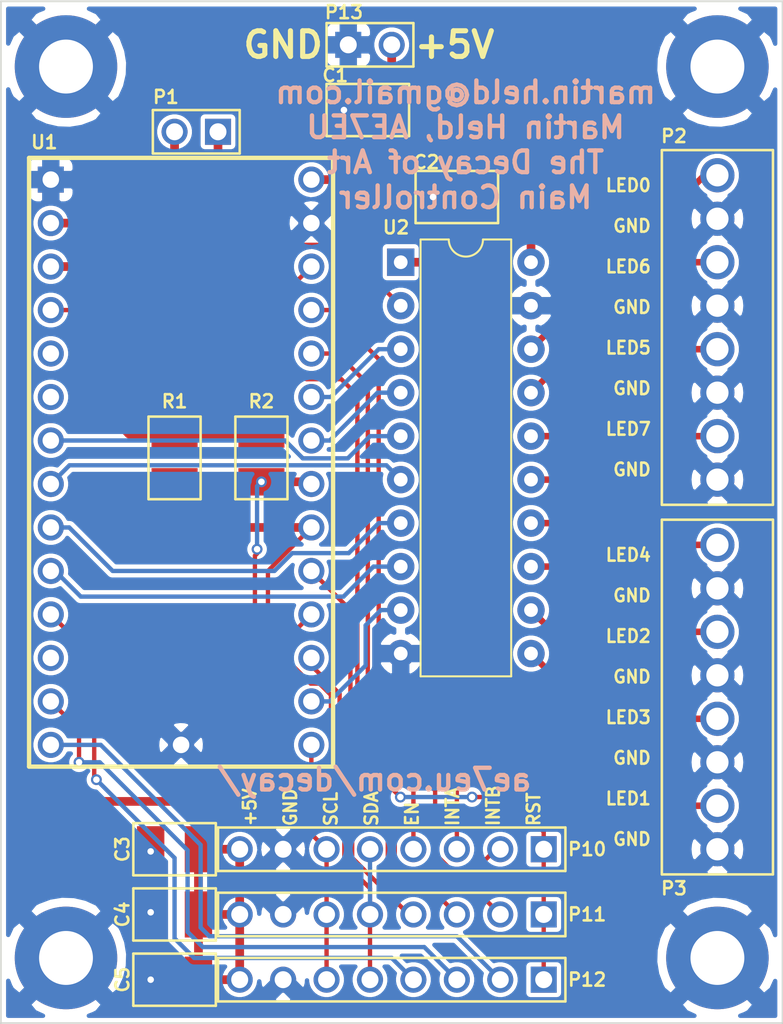
<source format=kicad_pcb>
(kicad_pcb (version 20171130) (host pcbnew "(5.1.5)-3")

  (general
    (thickness 1.6)
    (drawings 14)
    (tracks 220)
    (zones 0)
    (modules 20)
    (nets 33)
  )

  (page A)
  (title_block
    (title "7th Area QSO Party Pixie Plaque")
    (date 2017-03-14)
    (rev A)
    (company "Central Oregon DX Club")
    (comment 1 "Design by Martin Held, AE7EU")
  )

  (layers
    (0 F.Cu signal)
    (31 B.Cu signal)
    (32 B.Adhes user hide)
    (33 F.Adhes user hide)
    (34 B.Paste user hide)
    (35 F.Paste user hide)
    (36 B.SilkS user hide)
    (37 F.SilkS user)
    (38 B.Mask user)
    (39 F.Mask user)
    (40 Dwgs.User user hide)
    (41 Cmts.User user)
    (42 Eco1.User user hide)
    (43 Eco2.User user hide)
    (44 Edge.Cuts user)
    (45 Margin user hide)
    (46 B.CrtYd user)
    (47 F.CrtYd user)
    (48 B.Fab user)
    (49 F.Fab user hide)
  )

  (setup
    (last_trace_width 0.508)
    (user_trace_width 0.1524)
    (user_trace_width 0.2032)
    (user_trace_width 0.254)
    (user_trace_width 0.381)
    (user_trace_width 0.508)
    (user_trace_width 0.635)
    (user_trace_width 0.889)
    (user_trace_width 1.27)
    (trace_clearance 0.1524)
    (zone_clearance 0.254)
    (zone_45_only no)
    (trace_min 0.1524)
    (via_size 0.635)
    (via_drill 0.381)
    (via_min_size 0.635)
    (via_min_drill 0.381)
    (user_via 0.635 0.381)
    (user_via 0.635 0.381)
    (user_via 0.889 0.635)
    (user_via 0.889 0.635)
    (user_via 1.27 0.889)
    (user_via 1.27 0.889)
    (user_via 1.905 1.524)
    (user_via 1.905 1.524)
    (uvia_size 0.508)
    (uvia_drill 0.127)
    (uvias_allowed no)
    (uvia_min_size 0.508)
    (uvia_min_drill 0.127)
    (edge_width 0.1)
    (segment_width 0.2)
    (pcb_text_width 0.3)
    (pcb_text_size 1.5 1.5)
    (mod_edge_width 0.15)
    (mod_text_size 1.27 1.27)
    (mod_text_width 0.254)
    (pad_size 0.635 0.635)
    (pad_drill 0.381)
    (pad_to_mask_clearance 0)
    (aux_axis_origin 0 0)
    (visible_elements 7FFFFF7F)
    (pcbplotparams
      (layerselection 0x011fc_80000001)
      (usegerberextensions true)
      (usegerberattributes false)
      (usegerberadvancedattributes false)
      (creategerberjobfile false)
      (excludeedgelayer true)
      (linewidth 0.152400)
      (plotframeref false)
      (viasonmask false)
      (mode 1)
      (useauxorigin false)
      (hpglpennumber 1)
      (hpglpenspeed 20)
      (hpglpendiameter 15.000000)
      (psnegative false)
      (psa4output false)
      (plotreference true)
      (plotvalue false)
      (plotinvisibletext false)
      (padsonsilk false)
      (subtractmaskfromsilk true)
      (outputformat 1)
      (mirror false)
      (drillshape 0)
      (scaleselection 1)
      (outputdirectory "Gerber/"))
  )

  (net 0 "")
  (net 1 GND)
  (net 2 SCL)
  (net 3 SDA)
  (net 4 +5V)
  (net 5 "Net-(P1-Pad1)")
  (net 6 "Net-(P1-Pad2)")
  (net 7 RSTB)
  (net 8 INT1B)
  (net 9 EN1)
  (net 10 INT1A)
  (net 11 INT2B)
  (net 12 EN2)
  (net 13 INT2A)
  (net 14 INT3B)
  (net 15 EN3)
  (net 16 INT3A)
  (net 17 LED6)
  (net 18 LED5)
  (net 19 LED1)
  (net 20 LED3)
  (net 21 LED2)
  (net 22 LED4)
  (net 23 LED7)
  (net 24 LED0)
  (net 25 "Net-(P2-Pad7)")
  (net 26 "Net-(P2-Pad1)")
  (net 27 "Net-(P2-Pad3)")
  (net 28 "Net-(P2-Pad5)")
  (net 29 "Net-(P3-Pad7)")
  (net 30 "Net-(P3-Pad1)")
  (net 31 "Net-(P3-Pad3)")
  (net 32 "Net-(P3-Pad5)")

  (net_class Default "This is the default net class."
    (clearance 0.1524)
    (trace_width 0.1524)
    (via_dia 0.635)
    (via_drill 0.381)
    (uvia_dia 0.508)
    (uvia_drill 0.127)
    (add_net +5V)
    (add_net EN1)
    (add_net EN2)
    (add_net EN3)
    (add_net FS)
    (add_net GND)
    (add_net INT1A)
    (add_net INT1B)
    (add_net INT2A)
    (add_net INT2B)
    (add_net INT3A)
    (add_net INT3B)
    (add_net LED0)
    (add_net LED1)
    (add_net LED2)
    (add_net LED3)
    (add_net LED4)
    (add_net LED5)
    (add_net LED6)
    (add_net LED7)
    (add_net "Net-(P1-Pad1)")
    (add_net "Net-(P1-Pad2)")
    (add_net "Net-(P2-Pad1)")
    (add_net "Net-(P2-Pad3)")
    (add_net "Net-(P2-Pad5)")
    (add_net "Net-(P2-Pad7)")
    (add_net "Net-(P3-Pad1)")
    (add_net "Net-(P3-Pad3)")
    (add_net "Net-(P3-Pad5)")
    (add_net "Net-(P3-Pad7)")
    (add_net "Net-(U1-Pad5)")
    (add_net "Net-(U1-Pad6)")
    (add_net "Net-(U2-Pad11)")
    (add_net "Net-(U2-Pad12)")
    (add_net "Net-(U2-Pad13)")
    (add_net "Net-(U2-Pad14)")
    (add_net "Net-(U2-Pad15)")
    (add_net "Net-(U2-Pad16)")
    (add_net "Net-(U2-Pad17)")
    (add_net "Net-(U2-Pad18)")
    (add_net RSTB)
    (add_net SCL)
    (add_net SDA)
  )

  (module mheld_std:C1210 (layer F.Cu) (tedit 54088696) (tstamp 5E41AF86)
    (at 35.56 82.55 180)
    (descr "SMT capacitor, 1210")
    (path /5E48CA60)
    (fp_text reference C5 (at 3.048 0 90) (layer F.SilkS)
      (effects (font (size 0.762 0.762) (thickness 0.1524)))
    )
    (fp_text value 0.1u (at -0.0254 1.7272) (layer F.SilkS) hide
      (effects (font (size 0.50038 0.50038) (thickness 0.11938)))
    )
    (fp_line (start 2.413 -1.524) (end -2.413 -1.524) (layer F.SilkS) (width 0.15))
    (fp_line (start 2.413 1.524) (end 2.413 -1.524) (layer F.SilkS) (width 0.15))
    (fp_line (start -2.413 1.524) (end 2.413 1.524) (layer F.SilkS) (width 0.15))
    (fp_line (start -2.413 -1.524) (end -2.413 1.524) (layer F.SilkS) (width 0.15))
    (pad 2 smd rect (at -1.397 0 180) (size 1.6002 2.6924) (layers F.Cu F.Paste F.Mask)
      (net 4 +5V))
    (pad 1 smd rect (at 1.397 0 180) (size 1.6002 2.6924) (layers F.Cu F.Paste F.Mask)
      (net 1 GND))
    (model smd/capacitors/c_1210.wrl
      (at (xyz 0 0 0))
      (scale (xyz 1 1 1))
      (rotate (xyz 0 0 0))
    )
  )

  (module mheld_std:C1210 (layer F.Cu) (tedit 54088696) (tstamp 5E41AF7C)
    (at 35.56 78.74 180)
    (descr "SMT capacitor, 1210")
    (path /5E489186)
    (fp_text reference C4 (at 3.048 0 90) (layer F.SilkS)
      (effects (font (size 0.762 0.762) (thickness 0.1524)))
    )
    (fp_text value 0.1u (at -0.0254 1.7272) (layer F.SilkS) hide
      (effects (font (size 0.50038 0.50038) (thickness 0.11938)))
    )
    (fp_line (start 2.413 -1.524) (end -2.413 -1.524) (layer F.SilkS) (width 0.15))
    (fp_line (start 2.413 1.524) (end 2.413 -1.524) (layer F.SilkS) (width 0.15))
    (fp_line (start -2.413 1.524) (end 2.413 1.524) (layer F.SilkS) (width 0.15))
    (fp_line (start -2.413 -1.524) (end -2.413 1.524) (layer F.SilkS) (width 0.15))
    (pad 2 smd rect (at -1.397 0 180) (size 1.6002 2.6924) (layers F.Cu F.Paste F.Mask)
      (net 4 +5V))
    (pad 1 smd rect (at 1.397 0 180) (size 1.6002 2.6924) (layers F.Cu F.Paste F.Mask)
      (net 1 GND))
    (model smd/capacitors/c_1210.wrl
      (at (xyz 0 0 0))
      (scale (xyz 1 1 1))
      (rotate (xyz 0 0 0))
    )
  )

  (module mheld_std:C1210 (layer F.Cu) (tedit 54088696) (tstamp 5E41AF72)
    (at 35.56 74.93 180)
    (descr "SMT capacitor, 1210")
    (path /5E49314E)
    (fp_text reference C3 (at 3.048 0 90) (layer F.SilkS)
      (effects (font (size 0.762 0.762) (thickness 0.1524)))
    )
    (fp_text value 0.1u (at -0.0254 1.7272) (layer F.SilkS) hide
      (effects (font (size 0.50038 0.50038) (thickness 0.11938)))
    )
    (fp_line (start 2.413 -1.524) (end -2.413 -1.524) (layer F.SilkS) (width 0.15))
    (fp_line (start 2.413 1.524) (end 2.413 -1.524) (layer F.SilkS) (width 0.15))
    (fp_line (start -2.413 1.524) (end 2.413 1.524) (layer F.SilkS) (width 0.15))
    (fp_line (start -2.413 -1.524) (end -2.413 1.524) (layer F.SilkS) (width 0.15))
    (pad 2 smd rect (at -1.397 0 180) (size 1.6002 2.6924) (layers F.Cu F.Paste F.Mask)
      (net 4 +5V))
    (pad 1 smd rect (at 1.397 0 180) (size 1.6002 2.6924) (layers F.Cu F.Paste F.Mask)
      (net 1 GND))
    (model smd/capacitors/c_1210.wrl
      (at (xyz 0 0 0))
      (scale (xyz 1 1 1))
      (rotate (xyz 0 0 0))
    )
  )

  (module mheld_std:C1210 (layer F.Cu) (tedit 54088696) (tstamp 5E41AF68)
    (at 52.07 36.83 180)
    (descr "SMT capacitor, 1210")
    (path /5E47AFC4)
    (fp_text reference C2 (at 1.778 2.032 180) (layer F.SilkS)
      (effects (font (size 0.762 0.762) (thickness 0.1524)))
    )
    (fp_text value 0.1u (at -0.0254 1.7272) (layer F.SilkS) hide
      (effects (font (size 0.50038 0.50038) (thickness 0.11938)))
    )
    (fp_line (start 2.413 -1.524) (end -2.413 -1.524) (layer F.SilkS) (width 0.15))
    (fp_line (start 2.413 1.524) (end 2.413 -1.524) (layer F.SilkS) (width 0.15))
    (fp_line (start -2.413 1.524) (end 2.413 1.524) (layer F.SilkS) (width 0.15))
    (fp_line (start -2.413 -1.524) (end -2.413 1.524) (layer F.SilkS) (width 0.15))
    (pad 2 smd rect (at -1.397 0 180) (size 1.6002 2.6924) (layers F.Cu F.Paste F.Mask)
      (net 4 +5V))
    (pad 1 smd rect (at 1.397 0 180) (size 1.6002 2.6924) (layers F.Cu F.Paste F.Mask)
      (net 1 GND))
    (model smd/capacitors/c_1210.wrl
      (at (xyz 0 0 0))
      (scale (xyz 1 1 1))
      (rotate (xyz 0 0 0))
    )
  )

  (module mheld_std:C1210 (layer F.Cu) (tedit 54088696) (tstamp 5E41AF5E)
    (at 46.863 31.75 180)
    (descr "SMT capacitor, 1210")
    (path /5E47F021)
    (fp_text reference C1 (at 1.905 2.032) (layer F.SilkS)
      (effects (font (size 0.762 0.762) (thickness 0.1524)))
    )
    (fp_text value 0.1u (at -0.0254 1.7272) (layer F.SilkS) hide
      (effects (font (size 0.50038 0.50038) (thickness 0.11938)))
    )
    (fp_line (start 2.413 -1.524) (end -2.413 -1.524) (layer F.SilkS) (width 0.15))
    (fp_line (start 2.413 1.524) (end 2.413 -1.524) (layer F.SilkS) (width 0.15))
    (fp_line (start -2.413 1.524) (end 2.413 1.524) (layer F.SilkS) (width 0.15))
    (fp_line (start -2.413 -1.524) (end -2.413 1.524) (layer F.SilkS) (width 0.15))
    (pad 2 smd rect (at -1.397 0 180) (size 1.6002 2.6924) (layers F.Cu F.Paste F.Mask)
      (net 4 +5V))
    (pad 1 smd rect (at 1.397 0 180) (size 1.6002 2.6924) (layers F.Cu F.Paste F.Mask)
      (net 1 GND))
    (model smd/capacitors/c_1210.wrl
      (at (xyz 0 0 0))
      (scale (xyz 1 1 1))
      (rotate (xyz 0 0 0))
    )
  )

  (module mheld_std:HDR8X1_OSTVN08A150 (layer F.Cu) (tedit 5E41E90E) (tstamp 5E41EFB6)
    (at 67.31 66.04)
    (path /5E42BD23)
    (fp_text reference P3 (at -2.54 11.176 180) (layer F.SilkS)
      (effects (font (size 0.762 0.762) (thickness 0.1524)))
    )
    (fp_text value HDR8X1 (at -1.5 -11.1) (layer F.SilkS) hide
      (effects (font (size 1 1) (thickness 0.15)))
    )
    (fp_line (start -3.25 10.36) (end -3.25 -10.36) (layer F.SilkS) (width 0.15))
    (fp_line (start 3.25 10.36) (end -3.25 10.36) (layer F.SilkS) (width 0.15))
    (fp_line (start 3.25 -10.36) (end 3.25 10.36) (layer F.SilkS) (width 0.15))
    (fp_line (start -3.25 -10.36) (end 3.25 -10.36) (layer F.SilkS) (width 0.15))
    (pad 7 thru_hole circle (at 0 6.35) (size 2 2) (drill 1.3) (layers *.Cu *.Mask)
      (net 29 "Net-(P3-Pad7)"))
    (pad 8 thru_hole circle (at 0 8.89) (size 2 2) (drill 1.3) (layers *.Cu *.Mask)
      (net 1 GND))
    (pad 6 thru_hole circle (at 0 3.81) (size 2 2) (drill 1.3) (layers *.Cu *.Mask)
      (net 1 GND))
    (pad 1 thru_hole circle (at 0 -8.89) (size 2 2) (drill 1.3) (layers *.Cu *.Mask)
      (net 30 "Net-(P3-Pad1)"))
    (pad 3 thru_hole circle (at 0 -3.81) (size 2 2) (drill 1.3) (layers *.Cu *.Mask)
      (net 31 "Net-(P3-Pad3)"))
    (pad 2 thru_hole circle (at 0 -6.35) (size 2 2) (drill 1.3) (layers *.Cu *.Mask)
      (net 1 GND))
    (pad 4 thru_hole circle (at 0 -1.27) (size 2 2) (drill 1.3) (layers *.Cu *.Mask)
      (net 1 GND))
    (pad 5 thru_hole circle (at 0 1.27) (size 2 2) (drill 1.3) (layers *.Cu *.Mask)
      (net 32 "Net-(P3-Pad5)"))
  )

  (module mheld_std:HDR8X1_OSTVN08A150 (layer F.Cu) (tedit 5E41E90E) (tstamp 5E41EFA6)
    (at 67.31 44.45)
    (path /5E5AD28F)
    (fp_text reference P2 (at -2.54 -11.176 180) (layer F.SilkS)
      (effects (font (size 0.762 0.762) (thickness 0.1524)))
    )
    (fp_text value HDR8X1 (at -1.5 -11.1) (layer F.SilkS) hide
      (effects (font (size 1 1) (thickness 0.15)))
    )
    (fp_line (start -3.25 10.36) (end -3.25 -10.36) (layer F.SilkS) (width 0.15))
    (fp_line (start 3.25 10.36) (end -3.25 10.36) (layer F.SilkS) (width 0.15))
    (fp_line (start 3.25 -10.36) (end 3.25 10.36) (layer F.SilkS) (width 0.15))
    (fp_line (start -3.25 -10.36) (end 3.25 -10.36) (layer F.SilkS) (width 0.15))
    (pad 7 thru_hole circle (at 0 6.35) (size 2 2) (drill 1.3) (layers *.Cu *.Mask)
      (net 25 "Net-(P2-Pad7)"))
    (pad 8 thru_hole circle (at 0 8.89) (size 2 2) (drill 1.3) (layers *.Cu *.Mask)
      (net 1 GND))
    (pad 6 thru_hole circle (at 0 3.81) (size 2 2) (drill 1.3) (layers *.Cu *.Mask)
      (net 1 GND))
    (pad 1 thru_hole circle (at 0 -8.89) (size 2 2) (drill 1.3) (layers *.Cu *.Mask)
      (net 26 "Net-(P2-Pad1)"))
    (pad 3 thru_hole circle (at 0 -3.81) (size 2 2) (drill 1.3) (layers *.Cu *.Mask)
      (net 27 "Net-(P2-Pad3)"))
    (pad 2 thru_hole circle (at 0 -6.35) (size 2 2) (drill 1.3) (layers *.Cu *.Mask)
      (net 1 GND))
    (pad 4 thru_hole circle (at 0 -1.27) (size 2 2) (drill 1.3) (layers *.Cu *.Mask)
      (net 1 GND))
    (pad 5 thru_hole circle (at 0 1.27) (size 2 2) (drill 1.3) (layers *.Cu *.Mask)
      (net 28 "Net-(P2-Pad5)"))
  )

  (module mheld_std:TEENSY31_Basic (layer F.Cu) (tedit 5E41A482) (tstamp 5E41B07D)
    (at 27.051 34.544)
    (descr Teensy31)
    (path /5E46D39F)
    (fp_text reference U1 (at 0.889 -0.9144 180) (layer F.SilkS)
      (effects (font (size 0.762 0.762) (thickness 0.1524)))
    )
    (fp_text value TEENSY31 (at 12.0396 -0.9398 180) (layer F.SilkS) hide
      (effects (font (size 1.016 1.016) (thickness 0.254)))
    )
    (fp_line (start 0 35.56) (end 17.78 35.56) (layer F.SilkS) (width 0.254))
    (fp_line (start 0 0) (end 17.78 0) (layer F.SilkS) (width 0.254))
    (fp_line (start 17.78 0) (end 17.78 35.56) (layer F.SilkS) (width 0.254))
    (fp_line (start 0 0) (end 0 35.56) (layer F.SilkS) (width 0.254))
    (pad 33 thru_hole circle (at 16.51 1.27) (size 1.524 1.524) (drill 0.9652) (layers *.Cu *.Mask)
      (net 4 +5V))
    (pad 32 thru_hole circle (at 16.51 3.81) (size 1.524 1.524) (drill 0.9652) (layers *.Cu *.Mask)
      (net 1 GND))
    (pad 31 thru_hole circle (at 16.51 6.35) (size 1.524 1.524) (drill 0.9652) (layers *.Cu *.Mask)
      (net 9 EN1))
    (pad 30 thru_hole circle (at 16.51 8.89) (size 1.524 1.524) (drill 0.9652) (layers *.Cu *.Mask)
      (net 10 INT1A))
    (pad 29 thru_hole circle (at 16.51 11.43) (size 1.524 1.524) (drill 0.9652) (layers *.Cu *.Mask)
      (net 8 INT1B))
    (pad 28 thru_hole circle (at 16.51 13.97) (size 1.524 1.524) (drill 0.9652) (layers *.Cu *.Mask)
      (net 17 LED6))
    (pad 27 thru_hole circle (at 16.51 16.51) (size 1.524 1.524) (drill 0.9652) (layers *.Cu *.Mask)
      (net 18 LED5))
    (pad 26 thru_hole circle (at 16.51 19.05) (size 1.524 1.524) (drill 0.9652) (layers *.Cu *.Mask)
      (net 2 SCL))
    (pad 25 thru_hole circle (at 16.51 21.59) (size 1.524 1.524) (drill 0.9652) (layers *.Cu *.Mask)
      (net 3 SDA))
    (pad 24 thru_hole circle (at 16.51 24.13) (size 1.524 1.524) (drill 0.9652) (layers *.Cu *.Mask)
      (net 7 RSTB))
    (pad 23 thru_hole circle (at 16.51 26.67) (size 1.524 1.524) (drill 0.9652) (layers *.Cu *.Mask)
      (net 13 INT2A))
    (pad 22 thru_hole circle (at 16.51 29.21) (size 1.524 1.524) (drill 0.9652) (layers *.Cu *.Mask)
      (net 11 INT2B))
    (pad 21 thru_hole circle (at 16.51 31.75) (size 1.524 1.524) (drill 0.9652) (layers *.Cu *.Mask)
      (net 19 LED1))
    (pad 20 thru_hole circle (at 16.51 34.29) (size 1.524 1.524) (drill 0.9652) (layers *.Cu *.Mask)
      (net 12 EN2))
    (pad 17 thru_hole circle (at 8.89 34.29) (size 1.524 1.524) (drill 0.9652) (layers *.Cu *.Mask)
      (net 1 GND))
    (pad 14 thru_hole circle (at 1.27 34.29) (size 1.524 1.524) (drill 0.9652) (layers *.Cu *.Mask)
      (net 14 INT3B))
    (pad 13 thru_hole circle (at 1.27 31.75) (size 1.524 1.524) (drill 0.9652) (layers *.Cu *.Mask)
      (net 16 INT3A))
    (pad 12 thru_hole circle (at 1.27 29.21) (size 1.524 1.524) (drill 0.9652) (layers *.Cu *.Mask))
    (pad 11 thru_hole circle (at 1.27 26.67) (size 1.524 1.524) (drill 0.9652) (layers *.Cu *.Mask)
      (net 15 EN3))
    (pad 10 thru_hole circle (at 1.27 24.13) (size 1.524 1.524) (drill 0.9652) (layers *.Cu *.Mask)
      (net 20 LED3))
    (pad 9 thru_hole circle (at 1.27 21.59) (size 1.524 1.524) (drill 0.9652) (layers *.Cu *.Mask)
      (net 21 LED2))
    (pad 8 thru_hole circle (at 1.27 19.05) (size 1.524 1.524) (drill 0.9652) (layers *.Cu *.Mask)
      (net 22 LED4))
    (pad 7 thru_hole circle (at 1.27 16.51) (size 1.524 1.524) (drill 0.9652) (layers *.Cu *.Mask)
      (net 23 LED7))
    (pad 6 thru_hole circle (at 1.27 13.97) (size 1.524 1.524) (drill 0.9652) (layers *.Cu *.Mask))
    (pad 5 thru_hole circle (at 1.27 11.43) (size 1.524 1.524) (drill 0.9652) (layers *.Cu *.Mask))
    (pad 4 thru_hole circle (at 1.27 8.89) (size 1.524 1.524) (drill 0.9652) (layers *.Cu *.Mask)
      (net 24 LED0))
    (pad 3 thru_hole circle (at 1.27 6.35) (size 1.524 1.524) (drill 0.9652) (layers *.Cu *.Mask)
      (net 5 "Net-(P1-Pad1)"))
    (pad 2 thru_hole circle (at 1.27 3.81) (size 1.524 1.524) (drill 0.9652) (layers *.Cu *.Mask)
      (net 6 "Net-(P1-Pad2)"))
    (pad 1 thru_hole rect (at 1.27 1.27) (size 1.524 1.524) (drill 0.9652) (layers *.Cu *.Mask)
      (net 1 GND))
  )

  (module mheld_std:HDR2X1_P1 (layer F.Cu) (tedit 5407816B) (tstamp 5E41B583)
    (at 45.72 27.94 90)
    (path /5E4F6CE5)
    (fp_text reference P13 (at 1.905 -0.254) (layer F.SilkS)
      (effects (font (size 0.762 0.762) (thickness 0.1524)))
    )
    (fp_text value HDR2X1 (at 0.47 -1.94 90) (layer F.SilkS) hide
      (effects (font (size 1 1) (thickness 0.15)))
    )
    (fp_line (start -1.27 3.81) (end -1.27 -1.27) (layer F.SilkS) (width 0.15))
    (fp_line (start 1.27 3.81) (end -1.27 3.81) (layer F.SilkS) (width 0.15))
    (fp_line (start 1.27 -1.27) (end 1.27 3.81) (layer F.SilkS) (width 0.15))
    (fp_line (start -1.27 -1.27) (end 1.27 -1.27) (layer F.SilkS) (width 0.15))
    (pad 1 thru_hole rect (at 0 0 90) (size 1.524 1.524) (drill 0.9906) (layers *.Cu *.Mask)
      (net 1 GND))
    (pad 2 thru_hole circle (at 0 2.54 90) (size 1.524 1.524) (drill 0.9906) (layers *.Cu *.Mask)
      (net 4 +5V))
  )

  (module mheld_std:DIP-20_W7.62mm (layer F.Cu) (tedit 5A02E8C5) (tstamp 5E41B0A5)
    (at 48.788 40.64)
    (descr "20-lead though-hole mounted DIP package, row spacing 7.62 mm (300 mils)")
    (tags "THT DIP DIL PDIP 2.54mm 7.62mm 300mil")
    (path /5E426C54)
    (fp_text reference U2 (at -0.274 -2.032) (layer F.SilkS)
      (effects (font (size 0.762 0.762) (thickness 0.1524)))
    )
    (fp_text value 74HCT245 (at 3.81 25.19) (layer F.Fab) hide
      (effects (font (size 1 1) (thickness 0.15)))
    )
    (fp_text user %R (at 3.81 11.43) (layer F.Fab)
      (effects (font (size 0.762 0.762) (thickness 0.1524)))
    )
    (fp_line (start 8.7 -1.55) (end -1.1 -1.55) (layer F.CrtYd) (width 0.05))
    (fp_line (start 8.7 24.4) (end 8.7 -1.55) (layer F.CrtYd) (width 0.05))
    (fp_line (start -1.1 24.4) (end 8.7 24.4) (layer F.CrtYd) (width 0.05))
    (fp_line (start -1.1 -1.55) (end -1.1 24.4) (layer F.CrtYd) (width 0.05))
    (fp_line (start 6.46 -1.33) (end 4.81 -1.33) (layer F.SilkS) (width 0.12))
    (fp_line (start 6.46 24.19) (end 6.46 -1.33) (layer F.SilkS) (width 0.12))
    (fp_line (start 1.16 24.19) (end 6.46 24.19) (layer F.SilkS) (width 0.12))
    (fp_line (start 1.16 -1.33) (end 1.16 24.19) (layer F.SilkS) (width 0.12))
    (fp_line (start 2.81 -1.33) (end 1.16 -1.33) (layer F.SilkS) (width 0.12))
    (fp_line (start 0.635 -0.27) (end 1.635 -1.27) (layer F.Fab) (width 0.1))
    (fp_line (start 0.635 24.13) (end 0.635 -0.27) (layer F.Fab) (width 0.1))
    (fp_line (start 6.985 24.13) (end 0.635 24.13) (layer F.Fab) (width 0.1))
    (fp_line (start 6.985 -1.27) (end 6.985 24.13) (layer F.Fab) (width 0.1))
    (fp_line (start 1.635 -1.27) (end 6.985 -1.27) (layer F.Fab) (width 0.1))
    (fp_arc (start 3.81 -1.33) (end 2.81 -1.33) (angle -180) (layer F.SilkS) (width 0.12))
    (pad 20 thru_hole oval (at 7.62 0) (size 1.6 1.6) (drill 0.8) (layers *.Cu *.Mask)
      (net 4 +5V))
    (pad 10 thru_hole oval (at 0 22.86) (size 1.6 1.6) (drill 0.8) (layers *.Cu *.Mask)
      (net 1 GND))
    (pad 19 thru_hole oval (at 7.62 2.54) (size 1.6 1.6) (drill 0.8) (layers *.Cu *.Mask)
      (net 1 GND))
    (pad 9 thru_hole oval (at 0 20.32) (size 1.6 1.6) (drill 0.8) (layers *.Cu *.Mask)
      (net 19 LED1))
    (pad 18 thru_hole oval (at 7.62 5.08) (size 1.6 1.6) (drill 0.8) (layers *.Cu *.Mask)
      (net 26 "Net-(P2-Pad1)"))
    (pad 8 thru_hole oval (at 0 17.78) (size 1.6 1.6) (drill 0.8) (layers *.Cu *.Mask)
      (net 20 LED3))
    (pad 17 thru_hole oval (at 7.62 7.62) (size 1.6 1.6) (drill 0.8) (layers *.Cu *.Mask)
      (net 27 "Net-(P2-Pad3)"))
    (pad 7 thru_hole oval (at 0 15.24) (size 1.6 1.6) (drill 0.8) (layers *.Cu *.Mask)
      (net 21 LED2))
    (pad 16 thru_hole oval (at 7.62 10.16) (size 1.6 1.6) (drill 0.8) (layers *.Cu *.Mask)
      (net 28 "Net-(P2-Pad5)"))
    (pad 6 thru_hole oval (at 0 12.7) (size 1.6 1.6) (drill 0.8) (layers *.Cu *.Mask)
      (net 22 LED4))
    (pad 15 thru_hole oval (at 7.62 12.7) (size 1.6 1.6) (drill 0.8) (layers *.Cu *.Mask)
      (net 25 "Net-(P2-Pad7)"))
    (pad 5 thru_hole oval (at 0 10.16) (size 1.6 1.6) (drill 0.8) (layers *.Cu *.Mask)
      (net 23 LED7))
    (pad 14 thru_hole oval (at 7.62 15.24) (size 1.6 1.6) (drill 0.8) (layers *.Cu *.Mask)
      (net 30 "Net-(P3-Pad1)"))
    (pad 4 thru_hole oval (at 0 7.62) (size 1.6 1.6) (drill 0.8) (layers *.Cu *.Mask)
      (net 18 LED5))
    (pad 13 thru_hole oval (at 7.62 17.78) (size 1.6 1.6) (drill 0.8) (layers *.Cu *.Mask)
      (net 31 "Net-(P3-Pad3)"))
    (pad 3 thru_hole oval (at 0 5.08) (size 1.6 1.6) (drill 0.8) (layers *.Cu *.Mask)
      (net 17 LED6))
    (pad 12 thru_hole oval (at 7.62 20.32) (size 1.6 1.6) (drill 0.8) (layers *.Cu *.Mask)
      (net 32 "Net-(P3-Pad5)"))
    (pad 2 thru_hole oval (at 0 2.54) (size 1.6 1.6) (drill 0.8) (layers *.Cu *.Mask)
      (net 24 LED0))
    (pad 11 thru_hole oval (at 7.62 22.86) (size 1.6 1.6) (drill 0.8) (layers *.Cu *.Mask)
      (net 29 "Net-(P3-Pad7)"))
    (pad 1 thru_hole rect (at 0 0) (size 1.6 1.6) (drill 0.8) (layers *.Cu *.Mask)
      (net 4 +5V))
    (model ${KISYS3DMOD}/Package_DIP.3dshapes/DIP-20_W7.62mm.wrl
      (at (xyz 0 0 0))
      (scale (xyz 1 1 1))
      (rotate (xyz 0 0 0))
    )
  )

  (module mheld_std:R1210 (layer F.Cu) (tedit 5407975A) (tstamp 5E41B023)
    (at 40.64 52.07 90)
    (descr "SMT capacitor, 1210")
    (path /5E6E3B1A)
    (fp_text reference R2 (at 3.302 0 180) (layer F.SilkS)
      (effects (font (size 0.762 0.762) (thickness 0.1524)))
    )
    (fp_text value 10k (at -0.0254 1.7272 90) (layer F.SilkS) hide
      (effects (font (size 0.50038 0.50038) (thickness 0.11938)))
    )
    (fp_line (start -2.413 1.524) (end -2.413 -1.524) (layer F.SilkS) (width 0.15))
    (fp_line (start 2.413 1.524) (end -2.413 1.524) (layer F.SilkS) (width 0.15))
    (fp_line (start 2.413 -1.524) (end 2.413 1.524) (layer F.SilkS) (width 0.15))
    (fp_line (start -2.413 -1.524) (end 2.413 -1.524) (layer F.SilkS) (width 0.15))
    (pad 2 smd rect (at -1.397 0 90) (size 1.6002 2.6924) (layers F.Cu F.Paste F.Mask)
      (net 2 SCL))
    (pad 1 smd rect (at 1.397 0 90) (size 1.6002 2.6924) (layers F.Cu F.Paste F.Mask)
      (net 4 +5V))
    (model smd/resistors/r_1210.wrl
      (at (xyz 0 0 0))
      (scale (xyz 1 1 1))
      (rotate (xyz 0 0 0))
    )
  )

  (module mheld_std:R1210 (layer F.Cu) (tedit 5407975A) (tstamp 5E41B019)
    (at 35.56 52.07 90)
    (descr "SMT capacitor, 1210")
    (path /5E4A341E)
    (fp_text reference R1 (at 3.302 0 180) (layer F.SilkS)
      (effects (font (size 0.762 0.762) (thickness 0.1524)))
    )
    (fp_text value 10k (at -0.0254 1.7272 90) (layer F.SilkS) hide
      (effects (font (size 0.50038 0.50038) (thickness 0.11938)))
    )
    (fp_line (start -2.413 1.524) (end -2.413 -1.524) (layer F.SilkS) (width 0.15))
    (fp_line (start 2.413 1.524) (end -2.413 1.524) (layer F.SilkS) (width 0.15))
    (fp_line (start 2.413 -1.524) (end 2.413 1.524) (layer F.SilkS) (width 0.15))
    (fp_line (start -2.413 -1.524) (end 2.413 -1.524) (layer F.SilkS) (width 0.15))
    (pad 2 smd rect (at -1.397 0 90) (size 1.6002 2.6924) (layers F.Cu F.Paste F.Mask)
      (net 3 SDA))
    (pad 1 smd rect (at 1.397 0 90) (size 1.6002 2.6924) (layers F.Cu F.Paste F.Mask)
      (net 4 +5V))
    (model smd/resistors/r_1210.wrl
      (at (xyz 0 0 0))
      (scale (xyz 1 1 1))
      (rotate (xyz 0 0 0))
    )
  )

  (module mheld_std:HDR8X1_P1 (layer F.Cu) (tedit 54077F6D) (tstamp 5E41B00F)
    (at 57.15 82.55 270)
    (path /5E495044)
    (fp_text reference P12 (at 0 -2.54) (layer F.SilkS)
      (effects (font (size 0.762 0.762) (thickness 0.1524)))
    )
    (fp_text value HDR8X1 (at 0.47 -1.94 90) (layer F.SilkS) hide
      (effects (font (size 1 1) (thickness 0.15)))
    )
    (fp_line (start -1.27 19.05) (end -1.27 -1.27) (layer F.SilkS) (width 0.15))
    (fp_line (start 1.27 19.05) (end -1.27 19.05) (layer F.SilkS) (width 0.15))
    (fp_line (start 1.27 -1.27) (end 1.27 19.05) (layer F.SilkS) (width 0.15))
    (fp_line (start -1.27 -1.27) (end 1.27 -1.27) (layer F.SilkS) (width 0.15))
    (pad 1 thru_hole rect (at 0 0 270) (size 1.524 1.524) (drill 0.9906) (layers *.Cu *.Mask)
      (net 7 RSTB))
    (pad 2 thru_hole circle (at 0 2.54 270) (size 1.524 1.524) (drill 0.9906) (layers *.Cu *.Mask)
      (net 14 INT3B))
    (pad 4 thru_hole circle (at 0 7.62 270) (size 1.524 1.524) (drill 0.9906) (layers *.Cu *.Mask)
      (net 15 EN3))
    (pad 3 thru_hole circle (at 0 5.08 270) (size 1.524 1.524) (drill 0.9906) (layers *.Cu *.Mask)
      (net 16 INT3A))
    (pad 7 thru_hole circle (at 0 15.24 270) (size 1.524 1.524) (drill 0.9906) (layers *.Cu *.Mask)
      (net 1 GND))
    (pad 8 thru_hole circle (at 0 17.78 270) (size 1.524 1.524) (drill 0.9906) (layers *.Cu *.Mask)
      (net 4 +5V))
    (pad 6 thru_hole circle (at 0 12.7 270) (size 1.524 1.524) (drill 0.9906) (layers *.Cu *.Mask)
      (net 2 SCL))
    (pad 5 thru_hole circle (at 0 10.16 270) (size 1.524 1.524) (drill 0.9906) (layers *.Cu *.Mask)
      (net 3 SDA))
  )

  (module mheld_std:HDR8X1_P1 (layer F.Cu) (tedit 54077F6D) (tstamp 5E41AFFF)
    (at 57.15 78.74 270)
    (path /5E490487)
    (fp_text reference P11 (at 0 -2.54) (layer F.SilkS)
      (effects (font (size 0.762 0.762) (thickness 0.1524)))
    )
    (fp_text value HDR8X1 (at 0.47 -1.94 90) (layer F.SilkS) hide
      (effects (font (size 1 1) (thickness 0.15)))
    )
    (fp_line (start -1.27 19.05) (end -1.27 -1.27) (layer F.SilkS) (width 0.15))
    (fp_line (start 1.27 19.05) (end -1.27 19.05) (layer F.SilkS) (width 0.15))
    (fp_line (start 1.27 -1.27) (end 1.27 19.05) (layer F.SilkS) (width 0.15))
    (fp_line (start -1.27 -1.27) (end 1.27 -1.27) (layer F.SilkS) (width 0.15))
    (pad 1 thru_hole rect (at 0 0 270) (size 1.524 1.524) (drill 0.9906) (layers *.Cu *.Mask)
      (net 7 RSTB))
    (pad 2 thru_hole circle (at 0 2.54 270) (size 1.524 1.524) (drill 0.9906) (layers *.Cu *.Mask)
      (net 11 INT2B))
    (pad 4 thru_hole circle (at 0 7.62 270) (size 1.524 1.524) (drill 0.9906) (layers *.Cu *.Mask)
      (net 12 EN2))
    (pad 3 thru_hole circle (at 0 5.08 270) (size 1.524 1.524) (drill 0.9906) (layers *.Cu *.Mask)
      (net 13 INT2A))
    (pad 7 thru_hole circle (at 0 15.24 270) (size 1.524 1.524) (drill 0.9906) (layers *.Cu *.Mask)
      (net 1 GND))
    (pad 8 thru_hole circle (at 0 17.78 270) (size 1.524 1.524) (drill 0.9906) (layers *.Cu *.Mask)
      (net 4 +5V))
    (pad 6 thru_hole circle (at 0 12.7 270) (size 1.524 1.524) (drill 0.9906) (layers *.Cu *.Mask)
      (net 2 SCL))
    (pad 5 thru_hole circle (at 0 10.16 270) (size 1.524 1.524) (drill 0.9906) (layers *.Cu *.Mask)
      (net 3 SDA))
  )

  (module mheld_std:HDR2X1_P1 (layer F.Cu) (tedit 5407816B) (tstamp 5E41AF90)
    (at 38.1 33.02 270)
    (path /5E46F013)
    (fp_text reference P1 (at -2.032 3.048) (layer F.SilkS)
      (effects (font (size 0.762 0.762) (thickness 0.1524)))
    )
    (fp_text value HDR2X1 (at 0.47 -1.94 90) (layer F.SilkS) hide
      (effects (font (size 1 1) (thickness 0.15)))
    )
    (fp_line (start -1.27 3.81) (end -1.27 -1.27) (layer F.SilkS) (width 0.15))
    (fp_line (start 1.27 3.81) (end -1.27 3.81) (layer F.SilkS) (width 0.15))
    (fp_line (start 1.27 -1.27) (end 1.27 3.81) (layer F.SilkS) (width 0.15))
    (fp_line (start -1.27 -1.27) (end 1.27 -1.27) (layer F.SilkS) (width 0.15))
    (pad 1 thru_hole rect (at 0 0 270) (size 1.524 1.524) (drill 0.9906) (layers *.Cu *.Mask)
      (net 5 "Net-(P1-Pad1)"))
    (pad 2 thru_hole circle (at 0 2.54 270) (size 1.524 1.524) (drill 0.9906) (layers *.Cu *.Mask)
      (net 6 "Net-(P1-Pad2)"))
  )

  (module mheld_std:TH_440 (layer F.Cu) (tedit 5BE0DB17) (tstamp 5E3E43A9)
    (at 67.31 81.28)
    (path /58C9DA71)
    (fp_text reference TH4 (at -2.17 -4.29) (layer F.SilkS) hide
      (effects (font (size 0.762 0.762) (thickness 0.1524)))
    )
    (fp_text value TP (at 3.29 -4.27) (layer F.SilkS) hide
      (effects (font (size 0.762 0.762) (thickness 0.1524)))
    )
    (pad 1 thru_hole circle (at 0 0) (size 5.9944 5.9944) (drill 3.1496) (layers *.Cu *.Mask)
      (net 1 GND))
  )

  (module mheld_std:TH_440 (layer F.Cu) (tedit 5BE0DB17) (tstamp 5E3E43A4)
    (at 67.31 29.21)
    (path /58C9DA6F)
    (fp_text reference TH3 (at -2.17 -4.29) (layer F.SilkS) hide
      (effects (font (size 0.762 0.762) (thickness 0.1524)))
    )
    (fp_text value TP (at 3.29 -4.27) (layer F.SilkS) hide
      (effects (font (size 0.762 0.762) (thickness 0.1524)))
    )
    (pad 1 thru_hole circle (at 0 0) (size 5.9944 5.9944) (drill 3.1496) (layers *.Cu *.Mask)
      (net 1 GND))
  )

  (module mheld_std:TH_440 (layer F.Cu) (tedit 5BE0DB17) (tstamp 5E3E439F)
    (at 29.21 29.21)
    (path /58C9DA6D)
    (fp_text reference TH2 (at -2.17 -4.29) (layer F.SilkS) hide
      (effects (font (size 0.762 0.762) (thickness 0.1524)))
    )
    (fp_text value TP (at 3.29 -4.27) (layer F.SilkS) hide
      (effects (font (size 0.762 0.762) (thickness 0.1524)))
    )
    (pad 1 thru_hole circle (at 0 0) (size 5.9944 5.9944) (drill 3.1496) (layers *.Cu *.Mask)
      (net 1 GND))
  )

  (module mheld_std:TH_440 (layer F.Cu) (tedit 5BE0DB17) (tstamp 5E3E439A)
    (at 29.21 81.28)
    (path /58C9DA6B)
    (fp_text reference TH1 (at -2.17 -4.29) (layer F.SilkS) hide
      (effects (font (size 0.762 0.762) (thickness 0.1524)))
    )
    (fp_text value TP (at 3.29 -4.27) (layer F.SilkS) hide
      (effects (font (size 0.762 0.762) (thickness 0.1524)))
    )
    (pad 1 thru_hole circle (at 0 0) (size 5.9944 5.9944) (drill 3.1496) (layers *.Cu *.Mask)
      (net 1 GND))
  )

  (module mheld_std:HDR8X1_P1 (layer F.Cu) (tedit 54077F6D) (tstamp 5E3E7416)
    (at 57.15 74.93 270)
    (path /58C9DA43)
    (fp_text reference P10 (at 0 -2.54) (layer F.SilkS)
      (effects (font (size 0.762 0.762) (thickness 0.1524)))
    )
    (fp_text value HDR8X1 (at 0.47 -1.94 270) (layer F.SilkS) hide
      (effects (font (size 0.762 0.762) (thickness 0.1524)))
    )
    (fp_line (start -1.27 19.05) (end -1.27 -1.27) (layer F.SilkS) (width 0.15))
    (fp_line (start 1.27 19.05) (end -1.27 19.05) (layer F.SilkS) (width 0.15))
    (fp_line (start 1.27 -1.27) (end 1.27 19.05) (layer F.SilkS) (width 0.15))
    (fp_line (start -1.27 -1.27) (end 1.27 -1.27) (layer F.SilkS) (width 0.15))
    (pad 1 thru_hole rect (at 0 0 270) (size 1.524 1.524) (drill 0.9906) (layers *.Cu *.Mask)
      (net 7 RSTB))
    (pad 2 thru_hole circle (at 0 2.54 270) (size 1.524 1.524) (drill 0.9906) (layers *.Cu *.Mask)
      (net 8 INT1B))
    (pad 4 thru_hole circle (at 0 7.62 270) (size 1.524 1.524) (drill 0.9906) (layers *.Cu *.Mask)
      (net 9 EN1))
    (pad 3 thru_hole circle (at 0 5.08 270) (size 1.524 1.524) (drill 0.9906) (layers *.Cu *.Mask)
      (net 10 INT1A))
    (pad 7 thru_hole circle (at 0 15.24 270) (size 1.524 1.524) (drill 0.9906) (layers *.Cu *.Mask)
      (net 1 GND))
    (pad 8 thru_hole circle (at 0 17.78 270) (size 1.524 1.524) (drill 0.9906) (layers *.Cu *.Mask)
      (net 4 +5V))
    (pad 6 thru_hole circle (at 0 12.7 270) (size 1.524 1.524) (drill 0.9906) (layers *.Cu *.Mask)
      (net 2 SCL))
    (pad 5 thru_hole circle (at 0 10.16 270) (size 1.524 1.524) (drill 0.9906) (layers *.Cu *.Mask)
      (net 3 SDA))
  )

  (gr_text ae7eu.com/decay/ (at 47.244 70.866) (layer B.SilkS) (tstamp 5E41F77E)
    (effects (font (size 1.27 1.27) (thickness 0.254)) (justify mirror))
  )
  (gr_text "LED4\n\nGND\n\nLED2\n\nGND\n\nLED3\n\nGND\n\nLED1\n\nGND\n" (at 63.5 66.04) (layer F.SilkS) (tstamp 5E41F52C)
    (effects (font (size 0.7366 0.7112) (thickness 0.1524)) (justify right))
  )
  (gr_text "LED0\n\nGND\n\nLED6\n\nGND\n\nLED5\n\nGND\n\nLED7\n\nGND\n" (at 63.5 44.45) (layer F.SilkS) (tstamp 5E41F4DD)
    (effects (font (size 0.7366 0.7112) (thickness 0.1524)) (justify right))
  )
  (gr_text GND (at 41.91 27.94) (layer F.SilkS) (tstamp 5E41DB55)
    (effects (font (size 1.5 1.5) (thickness 0.3)))
  )
  (gr_text +5V (at 51.943 27.94) (layer F.SilkS)
    (effects (font (size 1.5 1.5) (thickness 0.3)))
  )
  (gr_text "martin.held@gmail.com\nMartin Held, AE7EU\nThe Decay of Art\nMain Controller" (at 52.578 33.782) (layer B.SilkS)
    (effects (font (size 1.27 1.27) (thickness 0.254)) (justify mirror))
  )
  (gr_text "+5V\n\nGND\n\nSCL\n\nSDA\n\nEN\n\nINTA\n\nINTB\n\nRST" (at 48.26 73.66 90) (layer F.SilkS)
    (effects (font (size 0.7366 0.7112) (thickness 0.1524)) (justify left))
  )
  (dimension 22.86 (width 0.15) (layer Dwgs.User)
    (gr_text "0.9000 in" (at 36.83 22.83) (layer Dwgs.User)
      (effects (font (size 1 1) (thickness 0.15)))
    )
    (feature1 (pts (xy 48.26 25.4) (xy 48.26 23.543579)))
    (feature2 (pts (xy 25.4 25.4) (xy 25.4 23.543579)))
    (crossbar (pts (xy 25.4 24.13) (xy 48.26 24.13)))
    (arrow1a (pts (xy 48.26 24.13) (xy 47.133496 24.716421)))
    (arrow1b (pts (xy 48.26 24.13) (xy 47.133496 23.543579)))
    (arrow2a (pts (xy 25.4 24.13) (xy 26.526504 24.716421)))
    (arrow2b (pts (xy 25.4 24.13) (xy 26.526504 23.543579)))
  )
  (dimension 53.34 (width 0.15) (layer Dwgs.User)
    (gr_text "2.1000 in" (at 81.31 52.07 270) (layer Dwgs.User)
      (effects (font (size 1 1) (thickness 0.15)))
    )
    (feature1 (pts (xy 71.12 78.74) (xy 80.596421 78.74)))
    (feature2 (pts (xy 71.12 25.4) (xy 80.596421 25.4)))
    (crossbar (pts (xy 80.01 25.4) (xy 80.01 78.74)))
    (arrow1a (pts (xy 80.01 78.74) (xy 79.423579 77.613496)))
    (arrow1b (pts (xy 80.01 78.74) (xy 80.596421 77.613496)))
    (arrow2a (pts (xy 80.01 25.4) (xy 79.423579 26.526504)))
    (arrow2b (pts (xy 80.01 25.4) (xy 80.596421 26.526504)))
  )
  (dimension 45.72 (width 0.15) (layer Dwgs.User)
    (gr_text "1.8000 in" (at 48.26 21.56) (layer Dwgs.User)
      (effects (font (size 1 1) (thickness 0.15)))
    )
    (feature1 (pts (xy 71.12 25.4) (xy 71.12 22.273579)))
    (feature2 (pts (xy 25.4 25.4) (xy 25.4 22.273579)))
    (crossbar (pts (xy 25.4 22.86) (xy 71.12 22.86)))
    (arrow1a (pts (xy 71.12 22.86) (xy 69.993496 23.446421)))
    (arrow1b (pts (xy 71.12 22.86) (xy 69.993496 22.273579)))
    (arrow2a (pts (xy 25.4 22.86) (xy 26.526504 23.446421)))
    (arrow2b (pts (xy 25.4 22.86) (xy 26.526504 22.273579)))
  )
  (gr_line (start 25.4 85.09) (end 25.4 25.4) (layer Edge.Cuts) (width 0.1) (tstamp 5E3E6778))
  (gr_line (start 71.12 85.09) (end 25.4 85.09) (layer Edge.Cuts) (width 0.1))
  (gr_line (start 71.12 25.4) (end 71.12 85.09) (layer Edge.Cuts) (width 0.1))
  (gr_line (start 25.4 25.4) (end 71.12 25.4) (layer Edge.Cuts) (width 0.1))

  (via (at 34.163 75.057) (size 0.635) (drill 0.381) (layers F.Cu B.Cu) (net 1))
  (segment (start 34.163 74.93) (end 34.163 75.057) (width 0.1524) (layer F.Cu) (net 1))
  (via (at 34.163 78.613) (size 0.635) (drill 0.381) (layers F.Cu B.Cu) (net 1))
  (segment (start 34.163 78.74) (end 34.163 78.613) (width 0.1524) (layer F.Cu) (net 1))
  (segment (start 34.163 82.55) (end 34.163 82.423) (width 0.1524) (layer F.Cu) (net 1))
  (via (at 34.163 82.55) (size 0.635) (drill 0.381) (layers F.Cu B.Cu) (net 1))
  (via (at 45.466 31.75) (size 0.635) (drill 0.381) (layers F.Cu B.Cu) (net 1))
  (via (at 50.673 36.83) (size 0.635) (drill 0.381) (layers F.Cu B.Cu) (net 1))
  (segment (start 43.434 53.467) (end 43.561 53.594) (width 0.508) (layer F.Cu) (net 2))
  (segment (start 40.64 53.467) (end 43.434 53.467) (width 0.508) (layer F.Cu) (net 2))
  (segment (start 43.688001 74.168001) (end 43.688001 72.644001) (width 0.254) (layer F.Cu) (net 2))
  (segment (start 44.45 74.93) (end 43.688001 74.168001) (width 0.254) (layer F.Cu) (net 2))
  (segment (start 43.688001 72.644001) (end 40.259 69.215) (width 0.254) (layer F.Cu) (net 2))
  (segment (start 40.259 69.215) (end 40.259 57.785) (width 0.254) (layer F.Cu) (net 2))
  (via (at 40.386 57.404) (size 0.635) (drill 0.381) (layers F.Cu B.Cu) (net 2))
  (segment (start 40.259 57.785) (end 40.386 57.658) (width 0.254) (layer F.Cu) (net 2))
  (segment (start 40.386 57.658) (end 40.386 57.404) (width 0.254) (layer F.Cu) (net 2))
  (via (at 40.64 53.467) (size 0.635) (drill 0.381) (layers F.Cu B.Cu) (net 2))
  (segment (start 40.386 57.404) (end 40.386 53.721) (width 0.254) (layer B.Cu) (net 2))
  (segment (start 40.386 53.721) (end 40.64 53.467) (width 0.254) (layer B.Cu) (net 2))
  (segment (start 44.45 74.93) (end 44.45 78.74) (width 0.254) (layer F.Cu) (net 2))
  (segment (start 44.45 79.81763) (end 44.45 82.55) (width 0.254) (layer F.Cu) (net 2))
  (segment (start 44.45 78.74) (end 44.45 79.81763) (width 0.254) (layer F.Cu) (net 2))
  (segment (start 36.9189 56.134) (end 42.48337 56.134) (width 0.508) (layer F.Cu) (net 3))
  (segment (start 42.48337 56.134) (end 43.561 56.134) (width 0.508) (layer F.Cu) (net 3))
  (segment (start 35.56 53.467) (end 35.56 54.7751) (width 0.508) (layer F.Cu) (net 3))
  (segment (start 35.56 54.7751) (end 36.9189 56.134) (width 0.508) (layer F.Cu) (net 3))
  (segment (start 46.99 77.216) (end 46.99 78.74) (width 0.254) (layer F.Cu) (net 3))
  (segment (start 43.561 56.134) (end 41.021 58.674) (width 0.254) (layer F.Cu) (net 3))
  (segment (start 45.491401 73.558401) (end 45.491401 75.717401) (width 0.254) (layer F.Cu) (net 3))
  (segment (start 41.021 58.674) (end 41.021 69.088) (width 0.254) (layer F.Cu) (net 3))
  (segment (start 41.021 69.088) (end 45.491401 73.558401) (width 0.254) (layer F.Cu) (net 3))
  (segment (start 45.491401 75.717401) (end 46.99 77.216) (width 0.254) (layer F.Cu) (net 3))
  (segment (start 46.99 78.74) (end 46.99 82.55) (width 0.254) (layer F.Cu) (net 3))
  (segment (start 46.99 76.00763) (end 46.99 78.74) (width 0.254) (layer B.Cu) (net 3))
  (segment (start 46.99 74.93) (end 46.99 76.00763) (width 0.254) (layer B.Cu) (net 3))
  (segment (start 36.957 74.93) (end 39.37 74.93) (width 0.508) (layer F.Cu) (net 4))
  (segment (start 39.37 78.74) (end 36.957 78.74) (width 0.508) (layer F.Cu) (net 4))
  (segment (start 36.957 82.55) (end 39.37 82.55) (width 0.508) (layer F.Cu) (net 4))
  (segment (start 39.37 82.55) (end 39.37 78.74) (width 0.508) (layer F.Cu) (net 4))
  (segment (start 44.63863 35.814) (end 43.561 35.814) (width 0.508) (layer F.Cu) (net 4))
  (segment (start 46.1772 35.814) (end 44.63863 35.814) (width 0.508) (layer F.Cu) (net 4))
  (segment (start 48.26 31.75) (end 48.26 33.7312) (width 0.508) (layer F.Cu) (net 4))
  (segment (start 48.26 33.7312) (end 46.1772 35.814) (width 0.508) (layer F.Cu) (net 4))
  (segment (start 48.26 31.75) (end 48.26 27.94) (width 0.508) (layer F.Cu) (net 4))
  (segment (start 56.408 39.50863) (end 56.408 40.64) (width 0.508) (layer F.Cu) (net 4))
  (segment (start 56.408 38.4629) (end 56.408 39.50863) (width 0.508) (layer F.Cu) (net 4))
  (segment (start 53.467 36.83) (end 54.7751 36.83) (width 0.508) (layer F.Cu) (net 4))
  (segment (start 54.7751 36.83) (end 56.408 38.4629) (width 0.508) (layer F.Cu) (net 4))
  (segment (start 51.5112 40.64) (end 50.096 40.64) (width 0.508) (layer F.Cu) (net 4))
  (segment (start 53.467 36.83) (end 53.467 38.6842) (width 0.508) (layer F.Cu) (net 4))
  (segment (start 50.096 40.64) (end 48.788 40.64) (width 0.508) (layer F.Cu) (net 4))
  (segment (start 53.467 38.6842) (end 51.5112 40.64) (width 0.508) (layer F.Cu) (net 4))
  (segment (start 36.068 50.673) (end 40.64 50.673) (width 0.508) (layer F.Cu) (net 4))
  (segment (start 35.56 50.673) (end 36.068 50.673) (width 0.508) (layer F.Cu) (net 4))
  (segment (start 53.467 35.6489) (end 53.467 36.83) (width 0.508) (layer F.Cu) (net 4))
  (segment (start 48.26 31.75) (end 49.5681 31.75) (width 0.508) (layer F.Cu) (net 4))
  (segment (start 49.5681 31.75) (end 53.467 35.6489) (width 0.508) (layer F.Cu) (net 4))
  (segment (start 31.623 33.147) (end 35.052 29.718) (width 0.508) (layer F.Cu) (net 4))
  (segment (start 35.052 29.718) (end 48.133 29.718) (width 0.508) (layer F.Cu) (net 4))
  (segment (start 26.924 33.147) (end 31.623 33.147) (width 0.508) (layer F.Cu) (net 4))
  (segment (start 26.162 34.163) (end 26.924 33.147) (width 0.508) (layer F.Cu) (net 4))
  (segment (start 26.162 34.163) (end 26.162 49.784) (width 0.508) (layer F.Cu) (net 4))
  (segment (start 26.162 49.784) (end 32.004 49.784) (width 0.508) (layer F.Cu) (net 4))
  (segment (start 32.893 50.673) (end 35.56 50.673) (width 0.508) (layer F.Cu) (net 4))
  (segment (start 32.004 49.784) (end 32.893 50.673) (width 0.508) (layer F.Cu) (net 4))
  (segment (start 36.322 72.136) (end 36.957 72.771) (width 0.508) (layer F.Cu) (net 4))
  (segment (start 36.957 72.771) (end 36.957 74.93) (width 0.508) (layer F.Cu) (net 4))
  (segment (start 27.94 72.136) (end 36.322 72.136) (width 0.508) (layer F.Cu) (net 4))
  (segment (start 26.162 49.784) (end 26.162 70.358) (width 0.508) (layer F.Cu) (net 4))
  (segment (start 26.162 70.358) (end 27.94 72.136) (width 0.508) (layer F.Cu) (net 4))
  (segment (start 36.957 74.93) (end 36.957 82.55) (width 0.508) (layer F.Cu) (net 4))
  (segment (start 39.37 74.93) (end 39.37 78.74) (width 0.508) (layer F.Cu) (net 4))
  (segment (start 28.321 40.894) (end 33.02 40.894) (width 0.508) (layer F.Cu) (net 5))
  (segment (start 38.1 35.814) (end 38.1 33.02) (width 0.508) (layer F.Cu) (net 5))
  (segment (start 33.02 40.894) (end 38.1 35.814) (width 0.508) (layer F.Cu) (net 5))
  (segment (start 35.56 35.179) (end 35.56 33.02) (width 0.508) (layer F.Cu) (net 6))
  (segment (start 28.321 38.354) (end 32.385 38.354) (width 0.508) (layer F.Cu) (net 6))
  (segment (start 32.385 38.354) (end 35.56 35.179) (width 0.508) (layer F.Cu) (net 6))
  (segment (start 43.561 58.674) (end 45.339 60.452) (width 0.254) (layer F.Cu) (net 7))
  (segment (start 45.339 60.452) (end 45.847 60.96) (width 0.254) (layer F.Cu) (net 7))
  (segment (start 45.847 60.96) (end 45.847 68.961) (width 0.254) (layer F.Cu) (net 7))
  (via (at 48.768 71.882) (size 0.635) (drill 0.381) (layers F.Cu B.Cu) (net 7))
  (segment (start 45.847 68.961) (end 48.768 71.882) (width 0.254) (layer F.Cu) (net 7))
  (via (at 52.959 71.882) (size 0.635) (drill 0.381) (layers F.Cu B.Cu) (net 7))
  (segment (start 48.768 71.882) (end 52.959 71.882) (width 0.254) (layer B.Cu) (net 7))
  (segment (start 57.15 73.914) (end 57.15 74.93) (width 0.254) (layer F.Cu) (net 7))
  (segment (start 52.959 71.882) (end 55.118 71.882) (width 0.254) (layer F.Cu) (net 7))
  (segment (start 55.118 71.882) (end 57.15 73.914) (width 0.254) (layer F.Cu) (net 7))
  (segment (start 57.15 74.93) (end 57.15 78.74) (width 0.254) (layer F.Cu) (net 7))
  (segment (start 57.15 78.74) (end 57.15 82.55) (width 0.254) (layer F.Cu) (net 7))
  (segment (start 54.61 74.93) (end 54.356 74.93) (width 0.254) (layer F.Cu) (net 8))
  (segment (start 54.356 74.93) (end 53.213 76.073) (width 0.254) (layer F.Cu) (net 8))
  (segment (start 51.671726 76.073) (end 50.8 75.201274) (width 0.254) (layer F.Cu) (net 8))
  (segment (start 53.213 76.073) (end 51.671726 76.073) (width 0.254) (layer F.Cu) (net 8))
  (segment (start 50.8 75.201274) (end 50.8 71.501) (width 0.254) (layer F.Cu) (net 8))
  (segment (start 50.8 71.501) (end 46.863 67.564) (width 0.254) (layer F.Cu) (net 8))
  (segment (start 46.863 67.564) (end 46.863 47.752) (width 0.254) (layer F.Cu) (net 8))
  (segment (start 45.085 45.974) (end 43.561 45.974) (width 0.254) (layer F.Cu) (net 8))
  (segment (start 46.863 47.752) (end 45.085 45.974) (width 0.254) (layer F.Cu) (net 8))
  (segment (start 45.313599 47.472599) (end 46.253411 48.412411) (width 0.254) (layer F.Cu) (net 9))
  (segment (start 43.281599 47.472599) (end 45.313599 47.472599) (width 0.254) (layer F.Cu) (net 9))
  (segment (start 42.164 46.355) (end 43.281599 47.472599) (width 0.254) (layer F.Cu) (net 9))
  (segment (start 49.53 71.374) (end 49.53 74.93) (width 0.254) (layer F.Cu) (net 9))
  (segment (start 42.164 42.291) (end 42.164 46.355) (width 0.254) (layer F.Cu) (net 9))
  (segment (start 43.561 40.894) (end 42.164 42.291) (width 0.254) (layer F.Cu) (net 9))
  (segment (start 46.253411 68.097411) (end 49.53 71.374) (width 0.254) (layer F.Cu) (net 9))
  (segment (start 46.253411 48.412411) (end 46.253411 68.097411) (width 0.254) (layer F.Cu) (net 9))
  (segment (start 44.63863 43.434) (end 47.498 46.29337) (width 0.254) (layer F.Cu) (net 10))
  (segment (start 43.561 43.434) (end 44.63863 43.434) (width 0.254) (layer F.Cu) (net 10))
  (segment (start 47.498 46.29337) (end 47.498 66.04) (width 0.254) (layer F.Cu) (net 10))
  (segment (start 52.07 70.612) (end 52.07 74.93) (width 0.254) (layer F.Cu) (net 10))
  (segment (start 47.498 66.04) (end 52.07 70.612) (width 0.254) (layer F.Cu) (net 10))
  (segment (start 48.437812 72.694812) (end 45.212 69.469) (width 0.254) (layer F.Cu) (net 11))
  (segment (start 45.212 69.469) (end 45.212 65.85275) (width 0.254) (layer F.Cu) (net 11))
  (segment (start 45.212 65.85275) (end 43.561 64.20175) (width 0.254) (layer F.Cu) (net 11))
  (segment (start 43.561 64.20175) (end 43.561 63.754) (width 0.254) (layer F.Cu) (net 11))
  (segment (start 49.276 76.962) (end 48.437812 76.123812) (width 0.254) (layer F.Cu) (net 11))
  (segment (start 54.61 78.74) (end 52.832 76.962) (width 0.254) (layer F.Cu) (net 11))
  (segment (start 48.437812 76.123812) (end 48.437812 72.694812) (width 0.254) (layer F.Cu) (net 11))
  (segment (start 52.832 76.962) (end 49.276 76.962) (width 0.254) (layer F.Cu) (net 11))
  (segment (start 43.561 70.358) (end 43.561 68.834) (width 0.254) (layer F.Cu) (net 12))
  (segment (start 45.974 72.771) (end 43.561 70.358) (width 0.254) (layer F.Cu) (net 12))
  (segment (start 49.258726 78.74) (end 45.948599 75.429873) (width 0.254) (layer F.Cu) (net 12))
  (segment (start 49.53 78.74) (end 49.258726 78.74) (width 0.254) (layer F.Cu) (net 12))
  (segment (start 45.948599 74.430127) (end 45.974 74.404726) (width 0.254) (layer F.Cu) (net 12))
  (segment (start 45.948599 75.429873) (end 45.948599 74.430127) (width 0.254) (layer F.Cu) (net 12))
  (segment (start 45.974 74.404726) (end 45.974 72.771) (width 0.254) (layer F.Cu) (net 12))
  (segment (start 48.031401 76.352401) (end 49.149 77.47) (width 0.254) (layer F.Cu) (net 13))
  (segment (start 43.518325 65.252599) (end 44.037097 65.252599) (width 0.254) (layer F.Cu) (net 13))
  (segment (start 49.149 77.47) (end 50.8 77.47) (width 0.254) (layer F.Cu) (net 13))
  (segment (start 42.164 63.898274) (end 43.518325 65.252599) (width 0.254) (layer F.Cu) (net 13))
  (segment (start 43.561 61.214) (end 42.164 62.611) (width 0.254) (layer F.Cu) (net 13))
  (segment (start 48.031401 73.812401) (end 48.031401 76.352401) (width 0.254) (layer F.Cu) (net 13))
  (segment (start 44.704 65.919502) (end 44.704 70.485) (width 0.254) (layer F.Cu) (net 13))
  (segment (start 44.704 70.485) (end 48.031401 73.812401) (width 0.254) (layer F.Cu) (net 13))
  (segment (start 44.037097 65.252599) (end 44.704 65.919502) (width 0.254) (layer F.Cu) (net 13))
  (segment (start 42.164 62.611) (end 42.164 63.898274) (width 0.254) (layer F.Cu) (net 13))
  (segment (start 50.8 77.47) (end 52.07 78.74) (width 0.254) (layer F.Cu) (net 13))
  (segment (start 52.07 80.01) (end 54.61 82.55) (width 0.254) (layer B.Cu) (net 14))
  (segment (start 31.242 68.834) (end 37.084 74.676) (width 0.254) (layer B.Cu) (net 14))
  (segment (start 37.084 74.676) (end 37.084 79.502) (width 0.254) (layer B.Cu) (net 14))
  (segment (start 28.321 68.834) (end 31.242 68.834) (width 0.254) (layer B.Cu) (net 14))
  (segment (start 37.084 79.502) (end 37.592 80.01) (width 0.254) (layer B.Cu) (net 14))
  (segment (start 37.592 80.01) (end 52.07 80.01) (width 0.254) (layer B.Cu) (net 14))
  (via (at 30.988 70.866) (size 0.635) (drill 0.381) (layers F.Cu B.Cu) (net 15))
  (segment (start 28.321 61.214) (end 30.861 63.754) (width 0.254) (layer F.Cu) (net 15))
  (segment (start 30.861 63.754) (end 30.861 70.739) (width 0.254) (layer F.Cu) (net 15))
  (segment (start 30.861 70.739) (end 30.988 70.866) (width 0.254) (layer F.Cu) (net 15))
  (segment (start 35.56 75.438) (end 30.988 70.866) (width 0.254) (layer B.Cu) (net 15))
  (segment (start 35.56 80.137) (end 35.56 75.438) (width 0.254) (layer B.Cu) (net 15))
  (segment (start 36.703 81.28) (end 35.56 80.137) (width 0.254) (layer B.Cu) (net 15))
  (segment (start 49.53 82.55) (end 48.26 81.28) (width 0.254) (layer B.Cu) (net 15))
  (segment (start 48.26 81.28) (end 36.703 81.28) (width 0.254) (layer B.Cu) (net 15))
  (segment (start 36.322 79.756) (end 36.322 74.988988) (width 0.254) (layer B.Cu) (net 16))
  (segment (start 31.183012 69.85) (end 29.972 69.85) (width 0.254) (layer B.Cu) (net 16))
  (segment (start 29.972 67.945) (end 29.972 69.85) (width 0.254) (layer F.Cu) (net 16))
  (segment (start 50.165 80.645) (end 37.211 80.645) (width 0.254) (layer B.Cu) (net 16))
  (segment (start 37.211 80.645) (end 36.322 79.756) (width 0.254) (layer B.Cu) (net 16))
  (segment (start 36.322 74.988988) (end 31.183012 69.85) (width 0.254) (layer B.Cu) (net 16))
  (segment (start 52.07 82.55) (end 50.165 80.645) (width 0.254) (layer B.Cu) (net 16))
  (segment (start 28.321 66.294) (end 29.972 67.945) (width 0.254) (layer F.Cu) (net 16))
  (via (at 29.972 69.85) (size 0.635) (drill 0.381) (layers F.Cu B.Cu) (net 16))
  (segment (start 43.561 48.514) (end 44.704 48.514) (width 0.254) (layer B.Cu) (net 17))
  (segment (start 44.704 48.514) (end 47.498 45.72) (width 0.254) (layer B.Cu) (net 17))
  (segment (start 48.788 45.72) (end 47.498 45.72) (width 0.254) (layer B.Cu) (net 17))
  (segment (start 44.63863 51.054) (end 47.43263 48.26) (width 0.254) (layer B.Cu) (net 18))
  (segment (start 43.561 51.054) (end 44.63863 51.054) (width 0.254) (layer B.Cu) (net 18))
  (segment (start 48.788 48.26) (end 47.43263 48.26) (width 0.254) (layer B.Cu) (net 18))
  (segment (start 46.736 61.849) (end 47.625 60.96) (width 0.254) (layer B.Cu) (net 19))
  (segment (start 46.736 64.19663) (end 46.736 61.849) (width 0.254) (layer B.Cu) (net 19))
  (segment (start 43.561 66.294) (end 44.63863 66.294) (width 0.254) (layer B.Cu) (net 19))
  (segment (start 47.625 60.96) (end 48.788 60.96) (width 0.254) (layer B.Cu) (net 19))
  (segment (start 44.63863 66.294) (end 46.736 64.19663) (width 0.254) (layer B.Cu) (net 19))
  (segment (start 28.321 58.674) (end 28.448 58.547) (width 0.254) (layer B.Cu) (net 20))
  (segment (start 30.073599 60.172599) (end 45.440599 60.172599) (width 0.254) (layer B.Cu) (net 20))
  (segment (start 28.448 58.547) (end 30.073599 60.172599) (width 0.254) (layer B.Cu) (net 20))
  (segment (start 47.193198 58.42) (end 48.788 58.42) (width 0.254) (layer B.Cu) (net 20))
  (segment (start 45.440599 60.172599) (end 47.193198 58.42) (width 0.254) (layer B.Cu) (net 20))
  (segment (start 29.39863 56.134) (end 28.321 56.134) (width 0.254) (layer B.Cu) (net 21))
  (segment (start 31.93863 58.674) (end 29.39863 56.134) (width 0.254) (layer B.Cu) (net 21))
  (segment (start 47.498 55.88) (end 45.745401 57.632599) (width 0.254) (layer B.Cu) (net 21))
  (segment (start 48.788 55.88) (end 47.498 55.88) (width 0.254) (layer B.Cu) (net 21))
  (segment (start 45.745401 57.632599) (end 42.443401 57.632599) (width 0.254) (layer B.Cu) (net 21))
  (segment (start 42.443401 57.632599) (end 41.402 58.674) (width 0.254) (layer B.Cu) (net 21))
  (segment (start 41.402 58.674) (end 31.93863 58.674) (width 0.254) (layer B.Cu) (net 21))
  (segment (start 29.413188 52.501812) (end 47.949812 52.501812) (width 0.254) (layer B.Cu) (net 22))
  (segment (start 47.949812 52.501812) (end 48.788 53.34) (width 0.254) (layer B.Cu) (net 22))
  (segment (start 28.321 53.594) (end 29.413188 52.501812) (width 0.254) (layer B.Cu) (net 22))
  (segment (start 46.99 50.8) (end 48.788 50.8) (width 0.254) (layer B.Cu) (net 23))
  (segment (start 43.061127 52.095401) (end 45.694599 52.095401) (width 0.254) (layer B.Cu) (net 23))
  (segment (start 28.321 51.054) (end 42.019726 51.054) (width 0.254) (layer B.Cu) (net 23))
  (segment (start 45.694599 52.095401) (end 46.99 50.8) (width 0.254) (layer B.Cu) (net 23))
  (segment (start 42.019726 51.054) (end 43.061127 52.095401) (width 0.254) (layer B.Cu) (net 23))
  (segment (start 28.321 43.434) (end 36.068 43.434) (width 0.254) (layer F.Cu) (net 24))
  (segment (start 36.068 43.434) (end 39.878 39.624) (width 0.254) (layer F.Cu) (net 24))
  (segment (start 39.878 39.624) (end 45.339 39.624) (width 0.254) (layer F.Cu) (net 24))
  (segment (start 45.339 39.731) (end 48.788 43.18) (width 0.254) (layer F.Cu) (net 24))
  (segment (start 45.339 39.624) (end 45.339 39.731) (width 0.254) (layer F.Cu) (net 24))
  (segment (start 56.408 53.34) (end 60.706 53.34) (width 0.381) (layer F.Cu) (net 25))
  (segment (start 63.246 50.8) (end 67.31 50.8) (width 0.381) (layer F.Cu) (net 25))
  (segment (start 60.706 53.34) (end 63.246 50.8) (width 0.381) (layer F.Cu) (net 25))
  (segment (start 56.408 45.72) (end 56.408 45.707643) (width 0.381) (layer F.Cu) (net 26))
  (segment (start 56.408 45.707643) (end 66.555643 35.56) (width 0.381) (layer F.Cu) (net 26))
  (segment (start 66.555643 35.56) (end 67.31 35.56) (width 0.381) (layer F.Cu) (net 26))
  (segment (start 64.028 40.64) (end 67.31 40.64) (width 0.381) (layer F.Cu) (net 27))
  (segment (start 56.408 48.26) (end 64.028 40.64) (width 0.381) (layer F.Cu) (net 27))
  (segment (start 63.5 45.72) (end 67.31 45.72) (width 0.381) (layer F.Cu) (net 28))
  (segment (start 56.408 50.8) (end 58.42 50.8) (width 0.381) (layer F.Cu) (net 28))
  (segment (start 58.42 50.8) (end 63.5 45.72) (width 0.381) (layer F.Cu) (net 28))
  (segment (start 56.408 63.5) (end 65.298 72.39) (width 0.381) (layer F.Cu) (net 29))
  (segment (start 65.298 72.39) (end 67.31 72.39) (width 0.381) (layer F.Cu) (net 29))
  (segment (start 56.408 55.88) (end 61.214 55.88) (width 0.381) (layer F.Cu) (net 30))
  (segment (start 62.484 57.15) (end 67.31 57.15) (width 0.381) (layer F.Cu) (net 30))
  (segment (start 61.214 55.88) (end 62.484 57.15) (width 0.381) (layer F.Cu) (net 30))
  (segment (start 56.408 58.42) (end 58.928 58.42) (width 0.381) (layer F.Cu) (net 31))
  (segment (start 62.738 62.23) (end 67.31 62.23) (width 0.381) (layer F.Cu) (net 31))
  (segment (start 58.928 58.42) (end 62.738 62.23) (width 0.381) (layer F.Cu) (net 31))
  (segment (start 62.758 67.31) (end 67.31 67.31) (width 0.381) (layer F.Cu) (net 32))
  (segment (start 56.408 60.96) (end 62.758 67.31) (width 0.381) (layer F.Cu) (net 32))

  (zone (net 1) (net_name GND) (layer B.Cu) (tstamp 0) (hatch edge 0.508)
    (connect_pads (clearance 0.254))
    (min_thickness 0.254)
    (fill yes (arc_segments 32) (thermal_gap 0.508) (thermal_bridge_width 1.016))
    (polygon
      (pts
        (xy 25.4 25.4) (xy 71.12 25.4) (xy 71.12 85.09) (xy 25.4 85.09)
      )
    )
    (filled_polygon
      (pts
        (xy 27.596201 25.936392) (xy 27.384672 26.049457) (xy 27.025626 26.48681) (xy 29.21 28.671185) (xy 31.394374 26.48681)
        (xy 31.035328 26.049457) (xy 30.553362 25.831) (xy 65.976339 25.831) (xy 65.696201 25.936392) (xy 65.484672 26.049457)
        (xy 65.125626 26.48681) (xy 67.31 28.671185) (xy 69.494374 26.48681) (xy 69.135328 26.049457) (xy 68.653362 25.831)
        (xy 70.689 25.831) (xy 70.689 27.876339) (xy 70.583608 27.596201) (xy 70.470543 27.384672) (xy 70.03319 27.025626)
        (xy 67.848815 29.21) (xy 70.03319 31.394374) (xy 70.470543 31.035328) (xy 70.689 30.553362) (xy 70.689001 79.946342)
        (xy 70.583608 79.666201) (xy 70.470543 79.454672) (xy 70.03319 79.095626) (xy 67.848815 81.28) (xy 70.03319 83.464374)
        (xy 70.470543 83.105328) (xy 70.689001 82.62336) (xy 70.689001 84.659) (xy 68.643661 84.659) (xy 68.923799 84.553608)
        (xy 69.135328 84.440543) (xy 69.494374 84.00319) (xy 67.31 81.818815) (xy 65.125626 84.00319) (xy 65.484672 84.440543)
        (xy 65.966638 84.659) (xy 30.543661 84.659) (xy 30.823799 84.553608) (xy 31.035328 84.440543) (xy 31.394374 84.00319)
        (xy 29.21 81.818815) (xy 27.025626 84.00319) (xy 27.384672 84.440543) (xy 27.866638 84.659) (xy 25.831 84.659)
        (xy 25.831 82.613661) (xy 25.936392 82.893799) (xy 26.049457 83.105328) (xy 26.48681 83.464374) (xy 28.671185 81.28)
        (xy 29.748815 81.28) (xy 31.93319 83.464374) (xy 32.370543 83.105328) (xy 32.665918 82.453663) (xy 32.828484 81.756895)
        (xy 32.851993 81.0418) (xy 32.735543 80.335859) (xy 32.483608 79.666201) (xy 32.370543 79.454672) (xy 31.93319 79.095626)
        (xy 29.748815 81.28) (xy 28.671185 81.28) (xy 26.48681 79.095626) (xy 26.049457 79.454672) (xy 25.831 79.936638)
        (xy 25.831 78.55681) (xy 27.025626 78.55681) (xy 29.21 80.741185) (xy 31.394374 78.55681) (xy 31.035328 78.119457)
        (xy 30.383663 77.824082) (xy 29.686895 77.661516) (xy 28.9718 77.638007) (xy 28.265859 77.754457) (xy 27.596201 78.006392)
        (xy 27.384672 78.119457) (xy 27.025626 78.55681) (xy 25.831 78.55681) (xy 25.831 68.721424) (xy 27.178 68.721424)
        (xy 27.178 68.946576) (xy 27.221925 69.167401) (xy 27.308087 69.375413) (xy 27.433174 69.56262) (xy 27.59238 69.721826)
        (xy 27.779587 69.846913) (xy 27.987599 69.933075) (xy 28.208424 69.977) (xy 28.433576 69.977) (xy 28.654401 69.933075)
        (xy 28.862413 69.846913) (xy 29.04962 69.721826) (xy 29.208826 69.56262) (xy 29.333913 69.375413) (xy 29.347753 69.342)
        (xy 29.492171 69.342) (xy 29.429439 69.404732) (xy 29.352997 69.519136) (xy 29.300343 69.646255) (xy 29.2735 69.781204)
        (xy 29.2735 69.918796) (xy 29.300343 70.053745) (xy 29.352997 70.180864) (xy 29.429439 70.295268) (xy 29.526732 70.392561)
        (xy 29.641136 70.469003) (xy 29.768255 70.521657) (xy 29.903204 70.5485) (xy 30.040796 70.5485) (xy 30.175745 70.521657)
        (xy 30.302864 70.469003) (xy 30.417268 70.392561) (xy 30.451829 70.358) (xy 30.508171 70.358) (xy 30.445439 70.420732)
        (xy 30.368997 70.535136) (xy 30.316343 70.662255) (xy 30.2895 70.797204) (xy 30.2895 70.934796) (xy 30.316343 71.069745)
        (xy 30.368997 71.196864) (xy 30.445439 71.311268) (xy 30.542732 71.408561) (xy 30.657136 71.485003) (xy 30.784255 71.537657)
        (xy 30.919204 71.5645) (xy 30.96808 71.5645) (xy 35.052001 75.648422) (xy 35.052 80.112056) (xy 35.049543 80.137)
        (xy 35.052 80.161944) (xy 35.052 80.161946) (xy 35.059351 80.236584) (xy 35.088399 80.332342) (xy 35.135571 80.420595)
        (xy 35.199052 80.497948) (xy 35.218435 80.513855) (xy 36.326149 81.62157) (xy 36.342052 81.640948) (xy 36.361429 81.65685)
        (xy 36.419404 81.704429) (xy 36.466576 81.729643) (xy 36.507657 81.751601) (xy 36.603415 81.780649) (xy 36.678053 81.788)
        (xy 36.678055 81.788) (xy 36.702999 81.790457) (xy 36.727943 81.788) (xy 38.515554 81.788) (xy 38.482174 81.82138)
        (xy 38.357087 82.008587) (xy 38.270925 82.216599) (xy 38.227 82.437424) (xy 38.227 82.662576) (xy 38.270925 82.883401)
        (xy 38.357087 83.091413) (xy 38.482174 83.27862) (xy 38.64138 83.437826) (xy 38.828587 83.562913) (xy 39.036599 83.649075)
        (xy 39.257424 83.693) (xy 39.482576 83.693) (xy 39.66091 83.657527) (xy 41.341289 83.657527) (xy 41.424099 83.866982)
        (xy 41.690366 83.936471) (xy 41.965073 83.952679) (xy 42.237663 83.914982) (xy 42.395901 83.866982) (xy 42.478711 83.657527)
        (xy 41.91 83.088815) (xy 41.341289 83.657527) (xy 39.66091 83.657527) (xy 39.703401 83.649075) (xy 39.911413 83.562913)
        (xy 40.09862 83.437826) (xy 40.257826 83.27862) (xy 40.382913 83.091413) (xy 40.469075 82.883401) (xy 40.513 82.662576)
        (xy 40.513 82.646138) (xy 40.545018 82.877663) (xy 40.593018 83.035901) (xy 40.802473 83.118711) (xy 41.371185 82.55)
        (xy 41.357042 82.535858) (xy 41.895858 81.997043) (xy 41.91 82.011185) (xy 41.924143 81.997043) (xy 42.462958 82.535858)
        (xy 42.448815 82.55) (xy 43.017527 83.118711) (xy 43.226982 83.035901) (xy 43.296471 82.769634) (xy 43.307 82.59118)
        (xy 43.307 82.662576) (xy 43.350925 82.883401) (xy 43.437087 83.091413) (xy 43.562174 83.27862) (xy 43.72138 83.437826)
        (xy 43.908587 83.562913) (xy 44.116599 83.649075) (xy 44.337424 83.693) (xy 44.562576 83.693) (xy 44.783401 83.649075)
        (xy 44.991413 83.562913) (xy 45.17862 83.437826) (xy 45.337826 83.27862) (xy 45.462913 83.091413) (xy 45.549075 82.883401)
        (xy 45.593 82.662576) (xy 45.593 82.437424) (xy 45.549075 82.216599) (xy 45.462913 82.008587) (xy 45.337826 81.82138)
        (xy 45.304446 81.788) (xy 46.135554 81.788) (xy 46.102174 81.82138) (xy 45.977087 82.008587) (xy 45.890925 82.216599)
        (xy 45.847 82.437424) (xy 45.847 82.662576) (xy 45.890925 82.883401) (xy 45.977087 83.091413) (xy 46.102174 83.27862)
        (xy 46.26138 83.437826) (xy 46.448587 83.562913) (xy 46.656599 83.649075) (xy 46.877424 83.693) (xy 47.102576 83.693)
        (xy 47.323401 83.649075) (xy 47.531413 83.562913) (xy 47.71862 83.437826) (xy 47.877826 83.27862) (xy 48.002913 83.091413)
        (xy 48.089075 82.883401) (xy 48.133 82.662576) (xy 48.133 82.437424) (xy 48.089075 82.216599) (xy 48.002913 82.008587)
        (xy 47.877826 81.82138) (xy 47.844446 81.788) (xy 48.04958 81.788) (xy 48.444765 82.183186) (xy 48.430925 82.216599)
        (xy 48.387 82.437424) (xy 48.387 82.662576) (xy 48.430925 82.883401) (xy 48.517087 83.091413) (xy 48.642174 83.27862)
        (xy 48.80138 83.437826) (xy 48.988587 83.562913) (xy 49.196599 83.649075) (xy 49.417424 83.693) (xy 49.642576 83.693)
        (xy 49.863401 83.649075) (xy 50.071413 83.562913) (xy 50.25862 83.437826) (xy 50.417826 83.27862) (xy 50.542913 83.091413)
        (xy 50.629075 82.883401) (xy 50.673 82.662576) (xy 50.673 82.437424) (xy 50.629075 82.216599) (xy 50.542913 82.008587)
        (xy 50.417826 81.82138) (xy 50.25862 81.662174) (xy 50.071413 81.537087) (xy 49.863401 81.450925) (xy 49.642576 81.407)
        (xy 49.417424 81.407) (xy 49.196599 81.450925) (xy 49.163186 81.464765) (xy 48.85142 81.153) (xy 49.95458 81.153)
        (xy 50.984765 82.183185) (xy 50.970925 82.216599) (xy 50.927 82.437424) (xy 50.927 82.662576) (xy 50.970925 82.883401)
        (xy 51.057087 83.091413) (xy 51.182174 83.27862) (xy 51.34138 83.437826) (xy 51.528587 83.562913) (xy 51.736599 83.649075)
        (xy 51.957424 83.693) (xy 52.182576 83.693) (xy 52.403401 83.649075) (xy 52.611413 83.562913) (xy 52.79862 83.437826)
        (xy 52.957826 83.27862) (xy 53.082913 83.091413) (xy 53.169075 82.883401) (xy 53.213 82.662576) (xy 53.213 82.437424)
        (xy 53.169075 82.216599) (xy 53.082913 82.008587) (xy 52.957826 81.82138) (xy 52.79862 81.662174) (xy 52.611413 81.537087)
        (xy 52.403401 81.450925) (xy 52.182576 81.407) (xy 51.957424 81.407) (xy 51.736599 81.450925) (xy 51.703185 81.464765)
        (xy 50.75642 80.518) (xy 51.85958 80.518) (xy 53.524765 82.183186) (xy 53.510925 82.216599) (xy 53.467 82.437424)
        (xy 53.467 82.662576) (xy 53.510925 82.883401) (xy 53.597087 83.091413) (xy 53.722174 83.27862) (xy 53.88138 83.437826)
        (xy 54.068587 83.562913) (xy 54.276599 83.649075) (xy 54.497424 83.693) (xy 54.722576 83.693) (xy 54.943401 83.649075)
        (xy 55.151413 83.562913) (xy 55.33862 83.437826) (xy 55.497826 83.27862) (xy 55.622913 83.091413) (xy 55.709075 82.883401)
        (xy 55.753 82.662576) (xy 55.753 82.437424) (xy 55.709075 82.216599) (xy 55.622913 82.008587) (xy 55.497826 81.82138)
        (xy 55.464446 81.788) (xy 56.005157 81.788) (xy 56.005157 83.312) (xy 56.012513 83.386689) (xy 56.034299 83.458508)
        (xy 56.069678 83.524696) (xy 56.117289 83.582711) (xy 56.175304 83.630322) (xy 56.241492 83.665701) (xy 56.313311 83.687487)
        (xy 56.388 83.694843) (xy 57.912 83.694843) (xy 57.986689 83.687487) (xy 58.058508 83.665701) (xy 58.124696 83.630322)
        (xy 58.182711 83.582711) (xy 58.230322 83.524696) (xy 58.265701 83.458508) (xy 58.287487 83.386689) (xy 58.294843 83.312)
        (xy 58.294843 81.788) (xy 58.287487 81.713311) (xy 58.265701 81.641492) (xy 58.230322 81.575304) (xy 58.183459 81.5182)
        (xy 63.668007 81.5182) (xy 63.784457 82.224141) (xy 64.036392 82.893799) (xy 64.149457 83.105328) (xy 64.58681 83.464374)
        (xy 66.771185 81.28) (xy 64.58681 79.095626) (xy 64.149457 79.454672) (xy 63.854082 80.106337) (xy 63.691516 80.803105)
        (xy 63.668007 81.5182) (xy 58.183459 81.5182) (xy 58.182711 81.517289) (xy 58.124696 81.469678) (xy 58.058508 81.434299)
        (xy 57.986689 81.412513) (xy 57.912 81.405157) (xy 56.388 81.405157) (xy 56.313311 81.412513) (xy 56.241492 81.434299)
        (xy 56.175304 81.469678) (xy 56.117289 81.517289) (xy 56.069678 81.575304) (xy 56.034299 81.641492) (xy 56.012513 81.713311)
        (xy 56.005157 81.788) (xy 55.464446 81.788) (xy 55.33862 81.662174) (xy 55.151413 81.537087) (xy 54.943401 81.450925)
        (xy 54.722576 81.407) (xy 54.497424 81.407) (xy 54.276599 81.450925) (xy 54.243186 81.464765) (xy 52.554788 79.776368)
        (xy 52.611413 79.752913) (xy 52.79862 79.627826) (xy 52.957826 79.46862) (xy 53.082913 79.281413) (xy 53.169075 79.073401)
        (xy 53.213 78.852576) (xy 53.213 78.627424) (xy 53.467 78.627424) (xy 53.467 78.852576) (xy 53.510925 79.073401)
        (xy 53.597087 79.281413) (xy 53.722174 79.46862) (xy 53.88138 79.627826) (xy 54.068587 79.752913) (xy 54.276599 79.839075)
        (xy 54.497424 79.883) (xy 54.722576 79.883) (xy 54.943401 79.839075) (xy 55.151413 79.752913) (xy 55.33862 79.627826)
        (xy 55.497826 79.46862) (xy 55.622913 79.281413) (xy 55.709075 79.073401) (xy 55.753 78.852576) (xy 55.753 78.627424)
        (xy 55.709075 78.406599) (xy 55.622913 78.198587) (xy 55.497826 78.01138) (xy 55.464446 77.978) (xy 56.005157 77.978)
        (xy 56.005157 79.502) (xy 56.012513 79.576689) (xy 56.034299 79.648508) (xy 56.069678 79.714696) (xy 56.117289 79.772711)
        (xy 56.175304 79.820322) (xy 56.241492 79.855701) (xy 56.313311 79.877487) (xy 56.388 79.884843) (xy 57.912 79.884843)
        (xy 57.986689 79.877487) (xy 58.058508 79.855701) (xy 58.124696 79.820322) (xy 58.182711 79.772711) (xy 58.230322 79.714696)
        (xy 58.265701 79.648508) (xy 58.287487 79.576689) (xy 58.294843 79.502) (xy 58.294843 78.55681) (xy 65.125626 78.55681)
        (xy 67.31 80.741185) (xy 69.494374 78.55681) (xy 69.135328 78.119457) (xy 68.483663 77.824082) (xy 67.786895 77.661516)
        (xy 67.0718 77.638007) (xy 66.365859 77.754457) (xy 65.696201 78.006392) (xy 65.484672 78.119457) (xy 65.125626 78.55681)
        (xy 58.294843 78.55681) (xy 58.294843 77.978) (xy 58.287487 77.903311) (xy 58.265701 77.831492) (xy 58.230322 77.765304)
        (xy 58.182711 77.707289) (xy 58.124696 77.659678) (xy 58.058508 77.624299) (xy 57.986689 77.602513) (xy 57.912 77.595157)
        (xy 56.388 77.595157) (xy 56.313311 77.602513) (xy 56.241492 77.624299) (xy 56.175304 77.659678) (xy 56.117289 77.707289)
        (xy 56.069678 77.765304) (xy 56.034299 77.831492) (xy 56.012513 77.903311) (xy 56.005157 77.978) (xy 55.464446 77.978)
        (xy 55.33862 77.852174) (xy 55.151413 77.727087) (xy 54.943401 77.640925) (xy 54.722576 77.597) (xy 54.497424 77.597)
        (xy 54.276599 77.640925) (xy 54.068587 77.727087) (xy 53.88138 77.852174) (xy 53.722174 78.01138) (xy 53.597087 78.198587)
        (xy 53.510925 78.406599) (xy 53.467 78.627424) (xy 53.213 78.627424) (xy 53.169075 78.406599) (xy 53.082913 78.198587)
        (xy 52.957826 78.01138) (xy 52.79862 77.852174) (xy 52.611413 77.727087) (xy 52.403401 77.640925) (xy 52.182576 77.597)
        (xy 51.957424 77.597) (xy 51.736599 77.640925) (xy 51.528587 77.727087) (xy 51.34138 77.852174) (xy 51.182174 78.01138)
        (xy 51.057087 78.198587) (xy 50.970925 78.406599) (xy 50.927 78.627424) (xy 50.927 78.852576) (xy 50.970925 79.073401)
        (xy 51.057087 79.281413) (xy 51.182174 79.46862) (xy 51.215554 79.502) (xy 50.384446 79.502) (xy 50.417826 79.46862)
        (xy 50.542913 79.281413) (xy 50.629075 79.073401) (xy 50.673 78.852576) (xy 50.673 78.627424) (xy 50.629075 78.406599)
        (xy 50.542913 78.198587) (xy 50.417826 78.01138) (xy 50.25862 77.852174) (xy 50.071413 77.727087) (xy 49.863401 77.640925)
        (xy 49.642576 77.597) (xy 49.417424 77.597) (xy 49.196599 77.640925) (xy 48.988587 77.727087) (xy 48.80138 77.852174)
        (xy 48.642174 78.01138) (xy 48.517087 78.198587) (xy 48.430925 78.406599) (xy 48.387 78.627424) (xy 48.387 78.852576)
        (xy 48.430925 79.073401) (xy 48.517087 79.281413) (xy 48.642174 79.46862) (xy 48.675554 79.502) (xy 47.844446 79.502)
        (xy 47.877826 79.46862) (xy 48.002913 79.281413) (xy 48.089075 79.073401) (xy 48.133 78.852576) (xy 48.133 78.627424)
        (xy 48.089075 78.406599) (xy 48.002913 78.198587) (xy 47.877826 78.01138) (xy 47.71862 77.852174) (xy 47.531413 77.727087)
        (xy 47.498 77.713247) (xy 47.498 76.213699) (xy 66.565117 76.213699) (xy 66.678882 76.446855) (xy 66.986933 76.540835)
        (xy 67.307399 76.57291) (xy 67.627964 76.541849) (xy 67.936311 76.448846) (xy 67.941118 76.446855) (xy 68.054883 76.213699)
        (xy 67.31 75.468815) (xy 66.565117 76.213699) (xy 47.498 76.213699) (xy 47.498 75.956753) (xy 47.531413 75.942913)
        (xy 47.71862 75.817826) (xy 47.877826 75.65862) (xy 48.002913 75.471413) (xy 48.089075 75.263401) (xy 48.133 75.042576)
        (xy 48.133 74.817424) (xy 48.387 74.817424) (xy 48.387 75.042576) (xy 48.430925 75.263401) (xy 48.517087 75.471413)
        (xy 48.642174 75.65862) (xy 48.80138 75.817826) (xy 48.988587 75.942913) (xy 49.196599 76.029075) (xy 49.417424 76.073)
        (xy 49.642576 76.073) (xy 49.863401 76.029075) (xy 50.071413 75.942913) (xy 50.25862 75.817826) (xy 50.417826 75.65862)
        (xy 50.542913 75.471413) (xy 50.629075 75.263401) (xy 50.673 75.042576) (xy 50.673 74.817424) (xy 50.927 74.817424)
        (xy 50.927 75.042576) (xy 50.970925 75.263401) (xy 51.057087 75.471413) (xy 51.182174 75.65862) (xy 51.34138 75.817826)
        (xy 51.528587 75.942913) (xy 51.736599 76.029075) (xy 51.957424 76.073) (xy 52.182576 76.073) (xy 52.403401 76.029075)
        (xy 52.611413 75.942913) (xy 52.79862 75.817826) (xy 52.957826 75.65862) (xy 53.082913 75.471413) (xy 53.169075 75.263401)
        (xy 53.213 75.042576) (xy 53.213 74.817424) (xy 53.467 74.817424) (xy 53.467 75.042576) (xy 53.510925 75.263401)
        (xy 53.597087 75.471413) (xy 53.722174 75.65862) (xy 53.88138 75.817826) (xy 54.068587 75.942913) (xy 54.276599 76.029075)
        (xy 54.497424 76.073) (xy 54.722576 76.073) (xy 54.943401 76.029075) (xy 55.151413 75.942913) (xy 55.33862 75.817826)
        (xy 55.497826 75.65862) (xy 55.622913 75.471413) (xy 55.709075 75.263401) (xy 55.753 75.042576) (xy 55.753 74.817424)
        (xy 55.709075 74.596599) (xy 55.622913 74.388587) (xy 55.497826 74.20138) (xy 55.464446 74.168) (xy 56.005157 74.168)
        (xy 56.005157 75.692) (xy 56.012513 75.766689) (xy 56.034299 75.838508) (xy 56.069678 75.904696) (xy 56.117289 75.962711)
        (xy 56.175304 76.010322) (xy 56.241492 76.045701) (xy 56.313311 76.067487) (xy 56.388 76.074843) (xy 57.912 76.074843)
        (xy 57.986689 76.067487) (xy 58.058508 76.045701) (xy 58.124696 76.010322) (xy 58.182711 75.962711) (xy 58.230322 75.904696)
        (xy 58.265701 75.838508) (xy 58.287487 75.766689) (xy 58.294843 75.692) (xy 58.294843 74.927399) (xy 65.66709 74.927399)
        (xy 65.698151 75.247964) (xy 65.791154 75.556311) (xy 65.793145 75.561118) (xy 66.026301 75.674883) (xy 66.771185 74.93)
        (xy 67.848815 74.93) (xy 68.593699 75.674883) (xy 68.826855 75.561118) (xy 68.920835 75.253067) (xy 68.95291 74.932601)
        (xy 68.921849 74.612036) (xy 68.828846 74.303689) (xy 68.826855 74.298882) (xy 68.593699 74.185117) (xy 67.848815 74.93)
        (xy 66.771185 74.93) (xy 66.026301 74.185117) (xy 65.793145 74.298882) (xy 65.699165 74.606933) (xy 65.66709 74.927399)
        (xy 58.294843 74.927399) (xy 58.294843 74.168) (xy 58.287487 74.093311) (xy 58.265701 74.021492) (xy 58.230322 73.955304)
        (xy 58.182711 73.897289) (xy 58.124696 73.849678) (xy 58.058508 73.814299) (xy 57.986689 73.792513) (xy 57.912 73.785157)
        (xy 56.388 73.785157) (xy 56.313311 73.792513) (xy 56.241492 73.814299) (xy 56.175304 73.849678) (xy 56.117289 73.897289)
        (xy 56.069678 73.955304) (xy 56.034299 74.021492) (xy 56.012513 74.093311) (xy 56.005157 74.168) (xy 55.464446 74.168)
        (xy 55.33862 74.042174) (xy 55.151413 73.917087) (xy 54.943401 73.830925) (xy 54.722576 73.787) (xy 54.497424 73.787)
        (xy 54.276599 73.830925) (xy 54.068587 73.917087) (xy 53.88138 74.042174) (xy 53.722174 74.20138) (xy 53.597087 74.388587)
        (xy 53.510925 74.596599) (xy 53.467 74.817424) (xy 53.213 74.817424) (xy 53.169075 74.596599) (xy 53.082913 74.388587)
        (xy 52.957826 74.20138) (xy 52.79862 74.042174) (xy 52.611413 73.917087) (xy 52.403401 73.830925) (xy 52.182576 73.787)
        (xy 51.957424 73.787) (xy 51.736599 73.830925) (xy 51.528587 73.917087) (xy 51.34138 74.042174) (xy 51.182174 74.20138)
        (xy 51.057087 74.388587) (xy 50.970925 74.596599) (xy 50.927 74.817424) (xy 50.673 74.817424) (xy 50.629075 74.596599)
        (xy 50.542913 74.388587) (xy 50.417826 74.20138) (xy 50.25862 74.042174) (xy 50.071413 73.917087) (xy 49.863401 73.830925)
        (xy 49.642576 73.787) (xy 49.417424 73.787) (xy 49.196599 73.830925) (xy 48.988587 73.917087) (xy 48.80138 74.042174)
        (xy 48.642174 74.20138) (xy 48.517087 74.388587) (xy 48.430925 74.596599) (xy 48.387 74.817424) (xy 48.133 74.817424)
        (xy 48.089075 74.596599) (xy 48.002913 74.388587) (xy 47.877826 74.20138) (xy 47.71862 74.042174) (xy 47.531413 73.917087)
        (xy 47.323401 73.830925) (xy 47.102576 73.787) (xy 46.877424 73.787) (xy 46.656599 73.830925) (xy 46.448587 73.917087)
        (xy 46.26138 74.042174) (xy 46.102174 74.20138) (xy 45.977087 74.388587) (xy 45.890925 74.596599) (xy 45.847 74.817424)
        (xy 45.847 75.042576) (xy 45.890925 75.263401) (xy 45.977087 75.471413) (xy 46.102174 75.65862) (xy 46.26138 75.817826)
        (xy 46.448587 75.942913) (xy 46.482001 75.956754) (xy 46.482001 75.982674) (xy 46.482 75.982684) (xy 46.482001 77.713247)
        (xy 46.448587 77.727087) (xy 46.26138 77.852174) (xy 46.102174 78.01138) (xy 45.977087 78.198587) (xy 45.890925 78.406599)
        (xy 45.847 78.627424) (xy 45.847 78.852576) (xy 45.890925 79.073401) (xy 45.977087 79.281413) (xy 46.102174 79.46862)
        (xy 46.135554 79.502) (xy 45.304446 79.502) (xy 45.337826 79.46862) (xy 45.462913 79.281413) (xy 45.549075 79.073401)
        (xy 45.593 78.852576) (xy 45.593 78.627424) (xy 45.549075 78.406599) (xy 45.462913 78.198587) (xy 45.337826 78.01138)
        (xy 45.17862 77.852174) (xy 44.991413 77.727087) (xy 44.783401 77.640925) (xy 44.562576 77.597) (xy 44.337424 77.597)
        (xy 44.116599 77.640925) (xy 43.908587 77.727087) (xy 43.72138 77.852174) (xy 43.562174 78.01138) (xy 43.437087 78.198587)
        (xy 43.350925 78.406599) (xy 43.307 78.627424) (xy 43.307 78.643862) (xy 43.274982 78.412337) (xy 43.226982 78.254099)
        (xy 43.017527 78.171289) (xy 42.448815 78.74) (xy 42.462958 78.754142) (xy 41.924143 79.292958) (xy 41.91 79.278815)
        (xy 41.895858 79.292958) (xy 41.357042 78.754142) (xy 41.371185 78.74) (xy 40.802473 78.171289) (xy 40.593018 78.254099)
        (xy 40.523529 78.520366) (xy 40.513 78.69882) (xy 40.513 78.627424) (xy 40.469075 78.406599) (xy 40.382913 78.198587)
        (xy 40.257826 78.01138) (xy 40.09862 77.852174) (xy 39.911413 77.727087) (xy 39.703401 77.640925) (xy 39.660911 77.632473)
        (xy 41.341289 77.632473) (xy 41.91 78.201185) (xy 42.478711 77.632473) (xy 42.395901 77.423018) (xy 42.129634 77.353529)
        (xy 41.854927 77.337321) (xy 41.582337 77.375018) (xy 41.424099 77.423018) (xy 41.341289 77.632473) (xy 39.660911 77.632473)
        (xy 39.482576 77.597) (xy 39.257424 77.597) (xy 39.036599 77.640925) (xy 38.828587 77.727087) (xy 38.64138 77.852174)
        (xy 38.482174 78.01138) (xy 38.357087 78.198587) (xy 38.270925 78.406599) (xy 38.227 78.627424) (xy 38.227 78.852576)
        (xy 38.270925 79.073401) (xy 38.357087 79.281413) (xy 38.482174 79.46862) (xy 38.515554 79.502) (xy 37.802421 79.502)
        (xy 37.592 79.29158) (xy 37.592 74.817424) (xy 38.227 74.817424) (xy 38.227 75.042576) (xy 38.270925 75.263401)
        (xy 38.357087 75.471413) (xy 38.482174 75.65862) (xy 38.64138 75.817826) (xy 38.828587 75.942913) (xy 39.036599 76.029075)
        (xy 39.257424 76.073) (xy 39.482576 76.073) (xy 39.66091 76.037527) (xy 41.341289 76.037527) (xy 41.424099 76.246982)
        (xy 41.690366 76.316471) (xy 41.965073 76.332679) (xy 42.237663 76.294982) (xy 42.395901 76.246982) (xy 42.478711 76.037527)
        (xy 41.91 75.468815) (xy 41.341289 76.037527) (xy 39.66091 76.037527) (xy 39.703401 76.029075) (xy 39.911413 75.942913)
        (xy 40.09862 75.817826) (xy 40.257826 75.65862) (xy 40.382913 75.471413) (xy 40.469075 75.263401) (xy 40.513 75.042576)
        (xy 40.513 75.026138) (xy 40.545018 75.257663) (xy 40.593018 75.415901) (xy 40.802473 75.498711) (xy 41.371185 74.93)
        (xy 42.448815 74.93) (xy 43.017527 75.498711) (xy 43.226982 75.415901) (xy 43.296471 75.149634) (xy 43.307 74.97118)
        (xy 43.307 75.042576) (xy 43.350925 75.263401) (xy 43.437087 75.471413) (xy 43.562174 75.65862) (xy 43.72138 75.817826)
        (xy 43.908587 75.942913) (xy 44.116599 76.029075) (xy 44.337424 76.073) (xy 44.562576 76.073) (xy 44.783401 76.029075)
        (xy 44.991413 75.942913) (xy 45.17862 75.817826) (xy 45.337826 75.65862) (xy 45.462913 75.471413) (xy 45.549075 75.263401)
        (xy 45.593 75.042576) (xy 45.593 74.817424) (xy 45.549075 74.596599) (xy 45.462913 74.388587) (xy 45.337826 74.20138)
        (xy 45.17862 74.042174) (xy 44.991413 73.917087) (xy 44.783401 73.830925) (xy 44.562576 73.787) (xy 44.337424 73.787)
        (xy 44.116599 73.830925) (xy 43.908587 73.917087) (xy 43.72138 74.042174) (xy 43.562174 74.20138) (xy 43.437087 74.388587)
        (xy 43.350925 74.596599) (xy 43.307 74.817424) (xy 43.307 74.833862) (xy 43.274982 74.602337) (xy 43.226982 74.444099)
        (xy 43.017527 74.361289) (xy 42.448815 74.93) (xy 41.371185 74.93) (xy 40.802473 74.361289) (xy 40.593018 74.444099)
        (xy 40.523529 74.710366) (xy 40.513 74.88882) (xy 40.513 74.817424) (xy 40.469075 74.596599) (xy 40.382913 74.388587)
        (xy 40.257826 74.20138) (xy 40.09862 74.042174) (xy 39.911413 73.917087) (xy 39.703401 73.830925) (xy 39.660911 73.822473)
        (xy 41.341289 73.822473) (xy 41.91 74.391185) (xy 42.478711 73.822473) (xy 42.395901 73.613018) (xy 42.129634 73.543529)
        (xy 41.854927 73.527321) (xy 41.582337 73.565018) (xy 41.424099 73.613018) (xy 41.341289 73.822473) (xy 39.660911 73.822473)
        (xy 39.482576 73.787) (xy 39.257424 73.787) (xy 39.036599 73.830925) (xy 38.828587 73.917087) (xy 38.64138 74.042174)
        (xy 38.482174 74.20138) (xy 38.357087 74.388587) (xy 38.270925 74.596599) (xy 38.227 74.817424) (xy 37.592 74.817424)
        (xy 37.592 74.700944) (xy 37.594457 74.676) (xy 37.588157 74.612036) (xy 37.584649 74.576415) (xy 37.555601 74.480657)
        (xy 37.508429 74.392405) (xy 37.444948 74.315052) (xy 37.425565 74.299145) (xy 34.939624 71.813204) (xy 48.0695 71.813204)
        (xy 48.0695 71.950796) (xy 48.096343 72.085745) (xy 48.148997 72.212864) (xy 48.225439 72.327268) (xy 48.322732 72.424561)
        (xy 48.437136 72.501003) (xy 48.564255 72.553657) (xy 48.699204 72.5805) (xy 48.836796 72.5805) (xy 48.971745 72.553657)
        (xy 49.098864 72.501003) (xy 49.213268 72.424561) (xy 49.247829 72.39) (xy 52.479171 72.39) (xy 52.513732 72.424561)
        (xy 52.628136 72.501003) (xy 52.755255 72.553657) (xy 52.890204 72.5805) (xy 53.027796 72.5805) (xy 53.162745 72.553657)
        (xy 53.289864 72.501003) (xy 53.404268 72.424561) (xy 53.501561 72.327268) (xy 53.550528 72.253983) (xy 65.929 72.253983)
        (xy 65.929 72.526017) (xy 65.982071 72.792823) (xy 66.086174 73.044149) (xy 66.237307 73.270336) (xy 66.429664 73.462693)
        (xy 66.599375 73.57609) (xy 66.565117 73.646301) (xy 67.31 74.391185) (xy 68.054883 73.646301) (xy 68.020625 73.57609)
        (xy 68.190336 73.462693) (xy 68.382693 73.270336) (xy 68.533826 73.044149) (xy 68.637929 72.792823) (xy 68.691 72.526017)
        (xy 68.691 72.253983) (xy 68.637929 71.987177) (xy 68.533826 71.735851) (xy 68.382693 71.509664) (xy 68.190336 71.317307)
        (xy 68.020625 71.20391) (xy 68.054883 71.133699) (xy 67.31 70.388815) (xy 66.565117 71.133699) (xy 66.599375 71.20391)
        (xy 66.429664 71.317307) (xy 66.237307 71.509664) (xy 66.086174 71.735851) (xy 65.982071 71.987177) (xy 65.929 72.253983)
        (xy 53.550528 72.253983) (xy 53.578003 72.212864) (xy 53.630657 72.085745) (xy 53.6575 71.950796) (xy 53.6575 71.813204)
        (xy 53.630657 71.678255) (xy 53.578003 71.551136) (xy 53.501561 71.436732) (xy 53.404268 71.339439) (xy 53.289864 71.262997)
        (xy 53.162745 71.210343) (xy 53.027796 71.1835) (xy 52.890204 71.1835) (xy 52.755255 71.210343) (xy 52.628136 71.262997)
        (xy 52.513732 71.339439) (xy 52.479171 71.374) (xy 49.247829 71.374) (xy 49.213268 71.339439) (xy 49.098864 71.262997)
        (xy 48.971745 71.210343) (xy 48.836796 71.1835) (xy 48.699204 71.1835) (xy 48.564255 71.210343) (xy 48.437136 71.262997)
        (xy 48.322732 71.339439) (xy 48.225439 71.436732) (xy 48.148997 71.551136) (xy 48.096343 71.678255) (xy 48.0695 71.813204)
        (xy 34.939624 71.813204) (xy 33.067947 69.941527) (xy 35.372289 69.941527) (xy 35.455099 70.150982) (xy 35.721366 70.220471)
        (xy 35.996073 70.236679) (xy 36.268663 70.198982) (xy 36.426901 70.150982) (xy 36.509711 69.941527) (xy 35.941 69.372815)
        (xy 35.372289 69.941527) (xy 33.067947 69.941527) (xy 32.015493 68.889073) (xy 34.538321 68.889073) (xy 34.576018 69.161663)
        (xy 34.624018 69.319901) (xy 34.833473 69.402711) (xy 35.402185 68.834) (xy 36.479815 68.834) (xy 37.048527 69.402711)
        (xy 37.257982 69.319901) (xy 37.327471 69.053634) (xy 37.343679 68.778927) (xy 37.335727 68.721424) (xy 42.418 68.721424)
        (xy 42.418 68.946576) (xy 42.461925 69.167401) (xy 42.548087 69.375413) (xy 42.673174 69.56262) (xy 42.83238 69.721826)
        (xy 43.019587 69.846913) (xy 43.227599 69.933075) (xy 43.448424 69.977) (xy 43.673576 69.977) (xy 43.894401 69.933075)
        (xy 44.101239 69.847399) (xy 65.66709 69.847399) (xy 65.698151 70.167964) (xy 65.791154 70.476311) (xy 65.793145 70.481118)
        (xy 66.026301 70.594883) (xy 66.771185 69.85) (xy 67.848815 69.85) (xy 68.593699 70.594883) (xy 68.826855 70.481118)
        (xy 68.920835 70.173067) (xy 68.95291 69.852601) (xy 68.921849 69.532036) (xy 68.828846 69.223689) (xy 68.826855 69.218882)
        (xy 68.593699 69.105117) (xy 67.848815 69.85) (xy 66.771185 69.85) (xy 66.026301 69.105117) (xy 65.793145 69.218882)
        (xy 65.699165 69.526933) (xy 65.66709 69.847399) (xy 44.101239 69.847399) (xy 44.102413 69.846913) (xy 44.28962 69.721826)
        (xy 44.448826 69.56262) (xy 44.573913 69.375413) (xy 44.660075 69.167401) (xy 44.704 68.946576) (xy 44.704 68.721424)
        (xy 44.660075 68.500599) (xy 44.573913 68.292587) (xy 44.448826 68.10538) (xy 44.28962 67.946174) (xy 44.102413 67.821087)
        (xy 43.894401 67.734925) (xy 43.673576 67.691) (xy 43.448424 67.691) (xy 43.227599 67.734925) (xy 43.019587 67.821087)
        (xy 42.83238 67.946174) (xy 42.673174 68.10538) (xy 42.548087 68.292587) (xy 42.461925 68.500599) (xy 42.418 68.721424)
        (xy 37.335727 68.721424) (xy 37.305982 68.506337) (xy 37.257982 68.348099) (xy 37.048527 68.265289) (xy 36.479815 68.834)
        (xy 35.402185 68.834) (xy 34.833473 68.265289) (xy 34.624018 68.348099) (xy 34.554529 68.614366) (xy 34.538321 68.889073)
        (xy 32.015493 68.889073) (xy 31.618855 68.492435) (xy 31.602948 68.473052) (xy 31.525595 68.409571) (xy 31.437343 68.362399)
        (xy 31.341585 68.333351) (xy 31.266947 68.326) (xy 31.266944 68.326) (xy 31.242 68.323543) (xy 31.217056 68.326)
        (xy 29.347753 68.326) (xy 29.333913 68.292587) (xy 29.208826 68.10538) (xy 29.04962 67.946174) (xy 28.862413 67.821087)
        (xy 28.654401 67.734925) (xy 28.611911 67.726473) (xy 35.372289 67.726473) (xy 35.941 68.295185) (xy 36.509711 67.726473)
        (xy 36.426901 67.517018) (xy 36.160634 67.447529) (xy 35.885927 67.431321) (xy 35.613337 67.469018) (xy 35.455099 67.517018)
        (xy 35.372289 67.726473) (xy 28.611911 67.726473) (xy 28.433576 67.691) (xy 28.208424 67.691) (xy 27.987599 67.734925)
        (xy 27.779587 67.821087) (xy 27.59238 67.946174) (xy 27.433174 68.10538) (xy 27.308087 68.292587) (xy 27.221925 68.500599)
        (xy 27.178 68.721424) (xy 25.831 68.721424) (xy 25.831 66.181424) (xy 27.178 66.181424) (xy 27.178 66.406576)
        (xy 27.221925 66.627401) (xy 27.308087 66.835413) (xy 27.433174 67.02262) (xy 27.59238 67.181826) (xy 27.779587 67.306913)
        (xy 27.987599 67.393075) (xy 28.208424 67.437) (xy 28.433576 67.437) (xy 28.654401 67.393075) (xy 28.862413 67.306913)
        (xy 29.04962 67.181826) (xy 29.208826 67.02262) (xy 29.333913 66.835413) (xy 29.420075 66.627401) (xy 29.464 66.406576)
        (xy 29.464 66.181424) (xy 42.418 66.181424) (xy 42.418 66.406576) (xy 42.461925 66.627401) (xy 42.548087 66.835413)
        (xy 42.673174 67.02262) (xy 42.83238 67.181826) (xy 43.019587 67.306913) (xy 43.227599 67.393075) (xy 43.448424 67.437)
        (xy 43.673576 67.437) (xy 43.894401 67.393075) (xy 44.102413 67.306913) (xy 44.28962 67.181826) (xy 44.297463 67.173983)
        (xy 65.929 67.173983) (xy 65.929 67.446017) (xy 65.982071 67.712823) (xy 66.086174 67.964149) (xy 66.237307 68.190336)
        (xy 66.429664 68.382693) (xy 66.599375 68.49609) (xy 66.565117 68.566301) (xy 67.31 69.311185) (xy 68.054883 68.566301)
        (xy 68.020625 68.49609) (xy 68.190336 68.382693) (xy 68.382693 68.190336) (xy 68.533826 67.964149) (xy 68.637929 67.712823)
        (xy 68.691 67.446017) (xy 68.691 67.173983) (xy 68.637929 66.907177) (xy 68.533826 66.655851) (xy 68.382693 66.429664)
        (xy 68.190336 66.237307) (xy 68.020625 66.12391) (xy 68.054883 66.053699) (xy 67.31 65.308815) (xy 66.565117 66.053699)
        (xy 66.599375 66.12391) (xy 66.429664 66.237307) (xy 66.237307 66.429664) (xy 66.086174 66.655851) (xy 65.982071 66.907177)
        (xy 65.929 67.173983) (xy 44.297463 67.173983) (xy 44.448826 67.02262) (xy 44.573913 66.835413) (xy 44.587753 66.802)
        (xy 44.613686 66.802) (xy 44.63863 66.804457) (xy 44.663574 66.802) (xy 44.663577 66.802) (xy 44.738215 66.794649)
        (xy 44.833973 66.765601) (xy 44.922225 66.718429) (xy 44.999578 66.654948) (xy 45.015485 66.635565) (xy 47.077571 64.57348)
        (xy 47.096948 64.557578) (xy 47.158464 64.48262) (xy 47.160429 64.480226) (xy 47.2076 64.391974) (xy 47.207601 64.391973)
        (xy 47.236649 64.296215) (xy 47.244 64.221577) (xy 47.244 64.221575) (xy 47.246457 64.196631) (xy 47.244 64.171687)
        (xy 47.244 64.092736) (xy 47.481138 64.092736) (xy 47.569094 64.257322) (xy 47.740261 64.480567) (xy 47.951692 64.666129)
        (xy 48.195262 64.806878) (xy 48.407 64.724763) (xy 48.407 63.881) (xy 49.169 63.881) (xy 49.169 64.724763)
        (xy 49.380738 64.806878) (xy 49.449057 64.767399) (xy 65.66709 64.767399) (xy 65.698151 65.087964) (xy 65.791154 65.396311)
        (xy 65.793145 65.401118) (xy 66.026301 65.514883) (xy 66.771185 64.77) (xy 67.848815 64.77) (xy 68.593699 65.514883)
        (xy 68.826855 65.401118) (xy 68.920835 65.093067) (xy 68.95291 64.772601) (xy 68.921849 64.452036) (xy 68.828846 64.143689)
        (xy 68.826855 64.138882) (xy 68.593699 64.025117) (xy 67.848815 64.77) (xy 66.771185 64.77) (xy 66.026301 64.025117)
        (xy 65.793145 64.138882) (xy 65.699165 64.446933) (xy 65.66709 64.767399) (xy 49.449057 64.767399) (xy 49.624308 64.666129)
        (xy 49.835739 64.480567) (xy 50.006906 64.257322) (xy 50.094862 64.092736) (xy 50.006053 63.881) (xy 49.169 63.881)
        (xy 48.407 63.881) (xy 47.569947 63.881) (xy 47.481138 64.092736) (xy 47.244 64.092736) (xy 47.244 63.383682)
        (xy 55.227 63.383682) (xy 55.227 63.616318) (xy 55.272386 63.844485) (xy 55.361412 64.059413) (xy 55.490658 64.252843)
        (xy 55.655157 64.417342) (xy 55.848587 64.546588) (xy 56.063515 64.635614) (xy 56.291682 64.681) (xy 56.524318 64.681)
        (xy 56.752485 64.635614) (xy 56.967413 64.546588) (xy 57.160843 64.417342) (xy 57.325342 64.252843) (xy 57.454588 64.059413)
        (xy 57.543614 63.844485) (xy 57.589 63.616318) (xy 57.589 63.383682) (xy 57.543614 63.155515) (xy 57.454588 62.940587)
        (xy 57.325342 62.747157) (xy 57.160843 62.582658) (xy 56.967413 62.453412) (xy 56.752485 62.364386) (xy 56.524318 62.319)
        (xy 56.291682 62.319) (xy 56.063515 62.364386) (xy 55.848587 62.453412) (xy 55.655157 62.582658) (xy 55.490658 62.747157)
        (xy 55.361412 62.940587) (xy 55.272386 63.155515) (xy 55.227 63.383682) (xy 47.244 63.383682) (xy 47.244 62.05942)
        (xy 47.758473 61.544947) (xy 47.870658 61.712843) (xy 48.035157 61.877342) (xy 48.228587 62.006588) (xy 48.406998 62.080488)
        (xy 48.406998 62.275236) (xy 48.195262 62.193122) (xy 47.951692 62.333871) (xy 47.740261 62.519433) (xy 47.569094 62.742678)
        (xy 47.481138 62.907264) (xy 47.569947 63.119) (xy 48.407 63.119) (xy 48.407 63.099) (xy 49.169 63.099)
        (xy 49.169 63.119) (xy 50.006053 63.119) (xy 50.094862 62.907264) (xy 50.006906 62.742678) (xy 49.835739 62.519433)
        (xy 49.624308 62.333871) (xy 49.380738 62.193122) (xy 49.169002 62.275236) (xy 49.169002 62.080488) (xy 49.347413 62.006588)
        (xy 49.540843 61.877342) (xy 49.705342 61.712843) (xy 49.834588 61.519413) (xy 49.923614 61.304485) (xy 49.969 61.076318)
        (xy 49.969 60.843682) (xy 55.227 60.843682) (xy 55.227 61.076318) (xy 55.272386 61.304485) (xy 55.361412 61.519413)
        (xy 55.490658 61.712843) (xy 55.655157 61.877342) (xy 55.848587 62.006588) (xy 56.063515 62.095614) (xy 56.291682 62.141)
        (xy 56.524318 62.141) (xy 56.752485 62.095614) (xy 56.756422 62.093983) (xy 65.929 62.093983) (xy 65.929 62.366017)
        (xy 65.982071 62.632823) (xy 66.086174 62.884149) (xy 66.237307 63.110336) (xy 66.429664 63.302693) (xy 66.599375 63.41609)
        (xy 66.565117 63.486301) (xy 67.31 64.231185) (xy 68.054883 63.486301) (xy 68.020625 63.41609) (xy 68.190336 63.302693)
        (xy 68.382693 63.110336) (xy 68.533826 62.884149) (xy 68.637929 62.632823) (xy 68.691 62.366017) (xy 68.691 62.093983)
        (xy 68.637929 61.827177) (xy 68.533826 61.575851) (xy 68.382693 61.349664) (xy 68.190336 61.157307) (xy 68.020625 61.04391)
        (xy 68.054883 60.973699) (xy 67.31 60.228815) (xy 66.565117 60.973699) (xy 66.599375 61.04391) (xy 66.429664 61.157307)
        (xy 66.237307 61.349664) (xy 66.086174 61.575851) (xy 65.982071 61.827177) (xy 65.929 62.093983) (xy 56.756422 62.093983)
        (xy 56.967413 62.006588) (xy 57.160843 61.877342) (xy 57.325342 61.712843) (xy 57.454588 61.519413) (xy 57.543614 61.304485)
        (xy 57.589 61.076318) (xy 57.589 60.843682) (xy 57.543614 60.615515) (xy 57.454588 60.400587) (xy 57.325342 60.207157)
        (xy 57.160843 60.042658) (xy 56.967413 59.913412) (xy 56.752485 59.824386) (xy 56.524318 59.779) (xy 56.291682 59.779)
        (xy 56.063515 59.824386) (xy 55.848587 59.913412) (xy 55.655157 60.042658) (xy 55.490658 60.207157) (xy 55.361412 60.400587)
        (xy 55.272386 60.615515) (xy 55.227 60.843682) (xy 49.969 60.843682) (xy 49.923614 60.615515) (xy 49.834588 60.400587)
        (xy 49.705342 60.207157) (xy 49.540843 60.042658) (xy 49.347413 59.913412) (xy 49.132485 59.824386) (xy 48.904318 59.779)
        (xy 48.671682 59.779) (xy 48.443515 59.824386) (xy 48.228587 59.913412) (xy 48.035157 60.042658) (xy 47.870658 60.207157)
        (xy 47.741412 60.400587) (xy 47.720116 60.452) (xy 47.649944 60.452) (xy 47.625 60.449543) (xy 47.600056 60.452)
        (xy 47.600053 60.452) (xy 47.525415 60.459351) (xy 47.429657 60.488399) (xy 47.341405 60.535571) (xy 47.264052 60.599052)
        (xy 47.248145 60.618435) (xy 46.39443 61.47215) (xy 46.375053 61.488052) (xy 46.359151 61.507429) (xy 46.35915 61.50743)
        (xy 46.311571 61.565405) (xy 46.2644 61.653657) (xy 46.235352 61.749416) (xy 46.225543 61.849) (xy 46.228001 61.873954)
        (xy 46.228 63.986209) (xy 44.528936 65.685274) (xy 44.448826 65.56538) (xy 44.28962 65.406174) (xy 44.102413 65.281087)
        (xy 43.894401 65.194925) (xy 43.673576 65.151) (xy 43.448424 65.151) (xy 43.227599 65.194925) (xy 43.019587 65.281087)
        (xy 42.83238 65.406174) (xy 42.673174 65.56538) (xy 42.548087 65.752587) (xy 42.461925 65.960599) (xy 42.418 66.181424)
        (xy 29.464 66.181424) (xy 29.420075 65.960599) (xy 29.333913 65.752587) (xy 29.208826 65.56538) (xy 29.04962 65.406174)
        (xy 28.862413 65.281087) (xy 28.654401 65.194925) (xy 28.433576 65.151) (xy 28.208424 65.151) (xy 27.987599 65.194925)
        (xy 27.779587 65.281087) (xy 27.59238 65.406174) (xy 27.433174 65.56538) (xy 27.308087 65.752587) (xy 27.221925 65.960599)
        (xy 27.178 66.181424) (xy 25.831 66.181424) (xy 25.831 63.641424) (xy 27.178 63.641424) (xy 27.178 63.866576)
        (xy 27.221925 64.087401) (xy 27.308087 64.295413) (xy 27.433174 64.48262) (xy 27.59238 64.641826) (xy 27.779587 64.766913)
        (xy 27.987599 64.853075) (xy 28.208424 64.897) (xy 28.433576 64.897) (xy 28.654401 64.853075) (xy 28.862413 64.766913)
        (xy 29.04962 64.641826) (xy 29.208826 64.48262) (xy 29.333913 64.295413) (xy 29.420075 64.087401) (xy 29.464 63.866576)
        (xy 29.464 63.641424) (xy 42.418 63.641424) (xy 42.418 63.866576) (xy 42.461925 64.087401) (xy 42.548087 64.295413)
        (xy 42.673174 64.48262) (xy 42.83238 64.641826) (xy 43.019587 64.766913) (xy 43.227599 64.853075) (xy 43.448424 64.897)
        (xy 43.673576 64.897) (xy 43.894401 64.853075) (xy 44.102413 64.766913) (xy 44.28962 64.641826) (xy 44.448826 64.48262)
        (xy 44.573913 64.295413) (xy 44.660075 64.087401) (xy 44.704 63.866576) (xy 44.704 63.641424) (xy 44.660075 63.420599)
        (xy 44.573913 63.212587) (xy 44.448826 63.02538) (xy 44.28962 62.866174) (xy 44.102413 62.741087) (xy 43.894401 62.654925)
        (xy 43.673576 62.611) (xy 43.448424 62.611) (xy 43.227599 62.654925) (xy 43.019587 62.741087) (xy 42.83238 62.866174)
        (xy 42.673174 63.02538) (xy 42.548087 63.212587) (xy 42.461925 63.420599) (xy 42.418 63.641424) (xy 29.464 63.641424)
        (xy 29.420075 63.420599) (xy 29.333913 63.212587) (xy 29.208826 63.02538) (xy 29.04962 62.866174) (xy 28.862413 62.741087)
        (xy 28.654401 62.654925) (xy 28.433576 62.611) (xy 28.208424 62.611) (xy 27.987599 62.654925) (xy 27.779587 62.741087)
        (xy 27.59238 62.866174) (xy 27.433174 63.02538) (xy 27.308087 63.212587) (xy 27.221925 63.420599) (xy 27.178 63.641424)
        (xy 25.831 63.641424) (xy 25.831 61.101424) (xy 27.178 61.101424) (xy 27.178 61.326576) (xy 27.221925 61.547401)
        (xy 27.308087 61.755413) (xy 27.433174 61.94262) (xy 27.59238 62.101826) (xy 27.779587 62.226913) (xy 27.987599 62.313075)
        (xy 28.208424 62.357) (xy 28.433576 62.357) (xy 28.654401 62.313075) (xy 28.862413 62.226913) (xy 29.04962 62.101826)
        (xy 29.208826 61.94262) (xy 29.333913 61.755413) (xy 29.420075 61.547401) (xy 29.464 61.326576) (xy 29.464 61.101424)
        (xy 29.420075 60.880599) (xy 29.333913 60.672587) (xy 29.208826 60.48538) (xy 29.04962 60.326174) (xy 28.862413 60.201087)
        (xy 28.654401 60.114925) (xy 28.433576 60.071) (xy 28.208424 60.071) (xy 27.987599 60.114925) (xy 27.779587 60.201087)
        (xy 27.59238 60.326174) (xy 27.433174 60.48538) (xy 27.308087 60.672587) (xy 27.221925 60.880599) (xy 27.178 61.101424)
        (xy 25.831 61.101424) (xy 25.831 56.021424) (xy 27.178 56.021424) (xy 27.178 56.246576) (xy 27.221925 56.467401)
        (xy 27.308087 56.675413) (xy 27.433174 56.86262) (xy 27.59238 57.021826) (xy 27.779587 57.146913) (xy 27.987599 57.233075)
        (xy 28.208424 57.277) (xy 28.433576 57.277) (xy 28.654401 57.233075) (xy 28.862413 57.146913) (xy 29.04962 57.021826)
        (xy 29.208826 56.86262) (xy 29.288936 56.742726) (xy 31.56178 59.015571) (xy 31.577682 59.034948) (xy 31.597059 59.05085)
        (xy 31.655034 59.098429) (xy 31.743285 59.1456) (xy 31.743287 59.145601) (xy 31.839045 59.174649) (xy 31.913683 59.182)
        (xy 31.913685 59.182) (xy 31.938629 59.184457) (xy 31.963573 59.182) (xy 41.377056 59.182) (xy 41.402 59.184457)
        (xy 41.426944 59.182) (xy 41.426947 59.182) (xy 41.501585 59.174649) (xy 41.597343 59.145601) (xy 41.685595 59.098429)
        (xy 41.762948 59.034948) (xy 41.778855 59.015565) (xy 42.467655 58.326766) (xy 42.461925 58.340599) (xy 42.418 58.561424)
        (xy 42.418 58.786576) (xy 42.461925 59.007401) (xy 42.548087 59.215413) (xy 42.673174 59.40262) (xy 42.83238 59.561826)
        (xy 42.986192 59.664599) (xy 30.28402 59.664599) (xy 29.454377 58.834956) (xy 29.464 58.786576) (xy 29.464 58.561424)
        (xy 29.420075 58.340599) (xy 29.333913 58.132587) (xy 29.208826 57.94538) (xy 29.04962 57.786174) (xy 28.862413 57.661087)
        (xy 28.654401 57.574925) (xy 28.433576 57.531) (xy 28.208424 57.531) (xy 27.987599 57.574925) (xy 27.779587 57.661087)
        (xy 27.59238 57.786174) (xy 27.433174 57.94538) (xy 27.308087 58.132587) (xy 27.221925 58.340599) (xy 27.178 58.561424)
        (xy 27.178 58.786576) (xy 27.221925 59.007401) (xy 27.308087 59.215413) (xy 27.433174 59.40262) (xy 27.59238 59.561826)
        (xy 27.779587 59.686913) (xy 27.987599 59.773075) (xy 28.208424 59.817) (xy 28.433576 59.817) (xy 28.654401 59.773075)
        (xy 28.862413 59.686913) (xy 28.866657 59.684077) (xy 29.696749 60.51417) (xy 29.712651 60.533547) (xy 29.732028 60.549449)
        (xy 29.790003 60.597028) (xy 29.878254 60.644199) (xy 29.878256 60.6442) (xy 29.974014 60.673248) (xy 30.048652 60.680599)
        (xy 30.048654 60.680599) (xy 30.073598 60.683056) (xy 30.098542 60.680599) (xy 42.544768 60.680599) (xy 42.461925 60.880599)
        (xy 42.418 61.101424) (xy 42.418 61.326576) (xy 42.461925 61.547401) (xy 42.548087 61.755413) (xy 42.673174 61.94262)
        (xy 42.83238 62.101826) (xy 43.019587 62.226913) (xy 43.227599 62.313075) (xy 43.448424 62.357) (xy 43.673576 62.357)
        (xy 43.894401 62.313075) (xy 44.102413 62.226913) (xy 44.28962 62.101826) (xy 44.448826 61.94262) (xy 44.573913 61.755413)
        (xy 44.660075 61.547401) (xy 44.704 61.326576) (xy 44.704 61.101424) (xy 44.660075 60.880599) (xy 44.577232 60.680599)
        (xy 45.415655 60.680599) (xy 45.440599 60.683056) (xy 45.465543 60.680599) (xy 45.465546 60.680599) (xy 45.540184 60.673248)
        (xy 45.635942 60.6442) (xy 45.724194 60.597028) (xy 45.801547 60.533547) (xy 45.817454 60.514164) (xy 46.644219 59.687399)
        (xy 65.66709 59.687399) (xy 65.698151 60.007964) (xy 65.791154 60.316311) (xy 65.793145 60.321118) (xy 66.026301 60.434883)
        (xy 66.771185 59.69) (xy 67.848815 59.69) (xy 68.593699 60.434883) (xy 68.826855 60.321118) (xy 68.920835 60.013067)
        (xy 68.95291 59.692601) (xy 68.921849 59.372036) (xy 68.828846 59.063689) (xy 68.826855 59.058882) (xy 68.593699 58.945117)
        (xy 67.848815 59.69) (xy 66.771185 59.69) (xy 66.026301 58.945117) (xy 65.793145 59.058882) (xy 65.699165 59.366933)
        (xy 65.66709 59.687399) (xy 46.644219 59.687399) (xy 47.403619 58.928) (xy 47.720116 58.928) (xy 47.741412 58.979413)
        (xy 47.870658 59.172843) (xy 48.035157 59.337342) (xy 48.228587 59.466588) (xy 48.443515 59.555614) (xy 48.671682 59.601)
        (xy 48.904318 59.601) (xy 49.132485 59.555614) (xy 49.347413 59.466588) (xy 49.540843 59.337342) (xy 49.705342 59.172843)
        (xy 49.834588 58.979413) (xy 49.923614 58.764485) (xy 49.969 58.536318) (xy 49.969 58.303682) (xy 55.227 58.303682)
        (xy 55.227 58.536318) (xy 55.272386 58.764485) (xy 55.361412 58.979413) (xy 55.490658 59.172843) (xy 55.655157 59.337342)
        (xy 55.848587 59.466588) (xy 56.063515 59.555614) (xy 56.291682 59.601) (xy 56.524318 59.601) (xy 56.752485 59.555614)
        (xy 56.967413 59.466588) (xy 57.160843 59.337342) (xy 57.325342 59.172843) (xy 57.454588 58.979413) (xy 57.543614 58.764485)
        (xy 57.589 58.536318) (xy 57.589 58.303682) (xy 57.543614 58.075515) (xy 57.454588 57.860587) (xy 57.325342 57.667157)
        (xy 57.160843 57.502658) (xy 56.967413 57.373412) (xy 56.752485 57.284386) (xy 56.524318 57.239) (xy 56.291682 57.239)
        (xy 56.063515 57.284386) (xy 55.848587 57.373412) (xy 55.655157 57.502658) (xy 55.490658 57.667157) (xy 55.361412 57.860587)
        (xy 55.272386 58.075515) (xy 55.227 58.303682) (xy 49.969 58.303682) (xy 49.923614 58.075515) (xy 49.834588 57.860587)
        (xy 49.705342 57.667157) (xy 49.540843 57.502658) (xy 49.347413 57.373412) (xy 49.132485 57.284386) (xy 48.904318 57.239)
        (xy 48.671682 57.239) (xy 48.443515 57.284386) (xy 48.228587 57.373412) (xy 48.035157 57.502658) (xy 47.870658 57.667157)
        (xy 47.741412 57.860587) (xy 47.720116 57.912) (xy 47.218141 57.912) (xy 47.193197 57.909543) (xy 47.168253 57.912)
        (xy 47.168251 57.912) (xy 47.093613 57.919351) (xy 46.997855 57.948399) (xy 46.997853 57.9484) (xy 46.909602 57.995571)
        (xy 46.867241 58.030336) (xy 46.83225 58.059052) (xy 46.816348 58.078429) (xy 45.230179 59.664599) (xy 44.135808 59.664599)
        (xy 44.28962 59.561826) (xy 44.448826 59.40262) (xy 44.573913 59.215413) (xy 44.660075 59.007401) (xy 44.704 58.786576)
        (xy 44.704 58.561424) (xy 44.660075 58.340599) (xy 44.577232 58.140599) (xy 45.720457 58.140599) (xy 45.745401 58.143056)
        (xy 45.770345 58.140599) (xy 45.770348 58.140599) (xy 45.844986 58.133248) (xy 45.940744 58.1042) (xy 46.028996 58.057028)
        (xy 46.106349 57.993547) (xy 46.122256 57.974164) (xy 47.708421 56.388) (xy 47.720116 56.388) (xy 47.741412 56.439413)
        (xy 47.870658 56.632843) (xy 48.035157 56.797342) (xy 48.228587 56.926588) (xy 48.443515 57.015614) (xy 48.671682 57.061)
        (xy 48.904318 57.061) (xy 49.132485 57.015614) (xy 49.347413 56.926588) (xy 49.540843 56.797342) (xy 49.705342 56.632843)
        (xy 49.834588 56.439413) (xy 49.923614 56.224485) (xy 49.969 55.996318) (xy 49.969 55.763682) (xy 55.227 55.763682)
        (xy 55.227 55.996318) (xy 55.272386 56.224485) (xy 55.361412 56.439413) (xy 55.490658 56.632843) (xy 55.655157 56.797342)
        (xy 55.848587 56.926588) (xy 56.063515 57.015614) (xy 56.291682 57.061) (xy 56.524318 57.061) (xy 56.752485 57.015614)
        (xy 56.756422 57.013983) (xy 65.929 57.013983) (xy 65.929 57.286017) (xy 65.982071 57.552823) (xy 66.086174 57.804149)
        (xy 66.237307 58.030336) (xy 66.429664 58.222693) (xy 66.599375 58.33609) (xy 66.565117 58.406301) (xy 67.31 59.151185)
        (xy 68.054883 58.406301) (xy 68.020625 58.33609) (xy 68.190336 58.222693) (xy 68.382693 58.030336) (xy 68.533826 57.804149)
        (xy 68.637929 57.552823) (xy 68.691 57.286017) (xy 68.691 57.013983) (xy 68.637929 56.747177) (xy 68.533826 56.495851)
        (xy 68.382693 56.269664) (xy 68.190336 56.077307) (xy 67.964149 55.926174) (xy 67.712823 55.822071) (xy 67.446017 55.769)
        (xy 67.173983 55.769) (xy 66.907177 55.822071) (xy 66.655851 55.926174) (xy 66.429664 56.077307) (xy 66.237307 56.269664)
        (xy 66.086174 56.495851) (xy 65.982071 56.747177) (xy 65.929 57.013983) (xy 56.756422 57.013983) (xy 56.967413 56.926588)
        (xy 57.160843 56.797342) (xy 57.325342 56.632843) (xy 57.454588 56.439413) (xy 57.543614 56.224485) (xy 57.589 55.996318)
        (xy 57.589 55.763682) (xy 57.543614 55.535515) (xy 57.454588 55.320587) (xy 57.325342 55.127157) (xy 57.160843 54.962658)
        (xy 56.967413 54.833412) (xy 56.752485 54.744386) (xy 56.524318 54.699) (xy 56.291682 54.699) (xy 56.063515 54.744386)
        (xy 55.848587 54.833412) (xy 55.655157 54.962658) (xy 55.490658 55.127157) (xy 55.361412 55.320587) (xy 55.272386 55.535515)
        (xy 55.227 55.763682) (xy 49.969 55.763682) (xy 49.923614 55.535515) (xy 49.834588 55.320587) (xy 49.705342 55.127157)
        (xy 49.540843 54.962658) (xy 49.347413 54.833412) (xy 49.132485 54.744386) (xy 48.904318 54.699) (xy 48.671682 54.699)
        (xy 48.443515 54.744386) (xy 48.228587 54.833412) (xy 48.035157 54.962658) (xy 47.870658 55.127157) (xy 47.741412 55.320587)
        (xy 47.720116 55.372) (xy 47.522943 55.372) (xy 47.497999 55.369543) (xy 47.473055 55.372) (xy 47.473053 55.372)
        (xy 47.398415 55.379351) (xy 47.302657 55.408399) (xy 47.302655 55.4084) (xy 47.214404 55.455571) (xy 47.15981 55.500376)
        (xy 47.137052 55.519052) (xy 47.12115 55.538429) (xy 45.534981 57.124599) (xy 44.135808 57.124599) (xy 44.28962 57.021826)
        (xy 44.448826 56.86262) (xy 44.573913 56.675413) (xy 44.660075 56.467401) (xy 44.704 56.246576) (xy 44.704 56.021424)
        (xy 44.660075 55.800599) (xy 44.573913 55.592587) (xy 44.448826 55.40538) (xy 44.28962 55.246174) (xy 44.102413 55.121087)
        (xy 43.894401 55.034925) (xy 43.673576 54.991) (xy 43.448424 54.991) (xy 43.227599 55.034925) (xy 43.019587 55.121087)
        (xy 42.83238 55.246174) (xy 42.673174 55.40538) (xy 42.548087 55.592587) (xy 42.461925 55.800599) (xy 42.418 56.021424)
        (xy 42.418 56.246576) (xy 42.461925 56.467401) (xy 42.548087 56.675413) (xy 42.673174 56.86262) (xy 42.83238 57.021826)
        (xy 42.986192 57.124599) (xy 42.468344 57.124599) (xy 42.4434 57.122142) (xy 42.418456 57.124599) (xy 42.418454 57.124599)
        (xy 42.343816 57.13195) (xy 42.248058 57.160998) (xy 42.248056 57.160999) (xy 42.159805 57.20817) (xy 42.122239 57.239)
        (xy 42.082453 57.271651) (xy 42.066551 57.291028) (xy 41.19158 58.166) (xy 32.149051 58.166) (xy 29.775485 55.792435)
        (xy 29.759578 55.773052) (xy 29.682225 55.709571) (xy 29.593973 55.662399) (xy 29.498215 55.633351) (xy 29.423577 55.626)
        (xy 29.423574 55.626) (xy 29.39863 55.623543) (xy 29.373686 55.626) (xy 29.347753 55.626) (xy 29.333913 55.592587)
        (xy 29.208826 55.40538) (xy 29.04962 55.246174) (xy 28.862413 55.121087) (xy 28.654401 55.034925) (xy 28.433576 54.991)
        (xy 28.208424 54.991) (xy 27.987599 55.034925) (xy 27.779587 55.121087) (xy 27.59238 55.246174) (xy 27.433174 55.40538)
        (xy 27.308087 55.592587) (xy 27.221925 55.800599) (xy 27.178 56.021424) (xy 25.831 56.021424) (xy 25.831 50.941424)
        (xy 27.178 50.941424) (xy 27.178 51.166576) (xy 27.221925 51.387401) (xy 27.308087 51.595413) (xy 27.433174 51.78262)
        (xy 27.59238 51.941826) (xy 27.779587 52.066913) (xy 27.987599 52.153075) (xy 28.208424 52.197) (xy 28.433576 52.197)
        (xy 28.654401 52.153075) (xy 28.862413 52.066913) (xy 29.04962 51.941826) (xy 29.208826 51.78262) (xy 29.333913 51.595413)
        (xy 29.347753 51.562) (xy 41.809306 51.562) (xy 42.241117 51.993812) (xy 29.438131 51.993812) (xy 29.413187 51.991355)
        (xy 29.388243 51.993812) (xy 29.388241 51.993812) (xy 29.313603 52.001163) (xy 29.217845 52.030211) (xy 29.176764 52.052169)
        (xy 29.129592 52.077383) (xy 29.074998 52.122188) (xy 29.05224 52.140864) (xy 29.036338 52.160241) (xy 28.687814 52.508765)
        (xy 28.654401 52.494925) (xy 28.433576 52.451) (xy 28.208424 52.451) (xy 27.987599 52.494925) (xy 27.779587 52.581087)
        (xy 27.59238 52.706174) (xy 27.433174 52.86538) (xy 27.308087 53.052587) (xy 27.221925 53.260599) (xy 27.178 53.481424)
        (xy 27.178 53.706576) (xy 27.221925 53.927401) (xy 27.308087 54.135413) (xy 27.433174 54.32262) (xy 27.59238 54.481826)
        (xy 27.779587 54.606913) (xy 27.987599 54.693075) (xy 28.208424 54.737) (xy 28.433576 54.737) (xy 28.654401 54.693075)
        (xy 28.862413 54.606913) (xy 29.04962 54.481826) (xy 29.208826 54.32262) (xy 29.333913 54.135413) (xy 29.420075 53.927401)
        (xy 29.464 53.706576) (xy 29.464 53.481424) (xy 29.420075 53.260599) (xy 29.406235 53.227186) (xy 29.623609 53.009812)
        (xy 40.109359 53.009812) (xy 40.097439 53.021732) (xy 40.020997 53.136136) (xy 39.968343 53.263255) (xy 39.9415 53.398204)
        (xy 39.9415 53.474956) (xy 39.9144 53.525657) (xy 39.893669 53.594) (xy 39.885352 53.621416) (xy 39.875543 53.721)
        (xy 39.878001 53.745954) (xy 39.878 56.924171) (xy 39.843439 56.958732) (xy 39.766997 57.073136) (xy 39.714343 57.200255)
        (xy 39.6875 57.335204) (xy 39.6875 57.472796) (xy 39.714343 57.607745) (xy 39.766997 57.734864) (xy 39.843439 57.849268)
        (xy 39.940732 57.946561) (xy 40.055136 58.023003) (xy 40.182255 58.075657) (xy 40.317204 58.1025) (xy 40.454796 58.1025)
        (xy 40.589745 58.075657) (xy 40.716864 58.023003) (xy 40.831268 57.946561) (xy 40.928561 57.849268) (xy 41.005003 57.734864)
        (xy 41.057657 57.607745) (xy 41.0845 57.472796) (xy 41.0845 57.335204) (xy 41.057657 57.200255) (xy 41.005003 57.073136)
        (xy 40.928561 56.958732) (xy 40.894 56.924171) (xy 40.894 54.117841) (xy 40.970864 54.086003) (xy 41.085268 54.009561)
        (xy 41.182561 53.912268) (xy 41.259003 53.797864) (xy 41.311657 53.670745) (xy 41.3385 53.535796) (xy 41.3385 53.398204)
        (xy 41.311657 53.263255) (xy 41.259003 53.136136) (xy 41.182561 53.021732) (xy 41.170641 53.009812) (xy 42.576668 53.009812)
        (xy 42.548087 53.052587) (xy 42.461925 53.260599) (xy 42.418 53.481424) (xy 42.418 53.706576) (xy 42.461925 53.927401)
        (xy 42.548087 54.135413) (xy 42.673174 54.32262) (xy 42.83238 54.481826) (xy 43.019587 54.606913) (xy 43.227599 54.693075)
        (xy 43.448424 54.737) (xy 43.673576 54.737) (xy 43.894401 54.693075) (xy 44.061888 54.623699) (xy 66.565117 54.623699)
        (xy 66.678882 54.856855) (xy 66.986933 54.950835) (xy 67.307399 54.98291) (xy 67.627964 54.951849) (xy 67.936311 54.858846)
        (xy 67.941118 54.856855) (xy 68.054883 54.623699) (xy 67.31 53.878815) (xy 66.565117 54.623699) (xy 44.061888 54.623699)
        (xy 44.102413 54.606913) (xy 44.28962 54.481826) (xy 44.448826 54.32262) (xy 44.573913 54.135413) (xy 44.660075 53.927401)
        (xy 44.704 53.706576) (xy 44.704 53.481424) (xy 44.660075 53.260599) (xy 44.573913 53.052587) (xy 44.545332 53.009812)
        (xy 47.649542 53.009812) (xy 47.607 53.223682) (xy 47.607 53.456318) (xy 47.652386 53.684485) (xy 47.741412 53.899413)
        (xy 47.870658 54.092843) (xy 48.035157 54.257342) (xy 48.228587 54.386588) (xy 48.443515 54.475614) (xy 48.671682 54.521)
        (xy 48.904318 54.521) (xy 49.132485 54.475614) (xy 49.347413 54.386588) (xy 49.540843 54.257342) (xy 49.705342 54.092843)
        (xy 49.834588 53.899413) (xy 49.923614 53.684485) (xy 49.969 53.456318) (xy 49.969 53.223682) (xy 55.227 53.223682)
        (xy 55.227 53.456318) (xy 55.272386 53.684485) (xy 55.361412 53.899413) (xy 55.490658 54.092843) (xy 55.655157 54.257342)
        (xy 55.848587 54.386588) (xy 56.063515 54.475614) (xy 56.291682 54.521) (xy 56.524318 54.521) (xy 56.752485 54.475614)
        (xy 56.967413 54.386588) (xy 57.160843 54.257342) (xy 57.325342 54.092843) (xy 57.454588 53.899413) (xy 57.543614 53.684485)
        (xy 57.589 53.456318) (xy 57.589 53.337399) (xy 65.66709 53.337399) (xy 65.698151 53.657964) (xy 65.791154 53.966311)
        (xy 65.793145 53.971118) (xy 66.026301 54.084883) (xy 66.771185 53.34) (xy 67.848815 53.34) (xy 68.593699 54.084883)
        (xy 68.826855 53.971118) (xy 68.920835 53.663067) (xy 68.95291 53.342601) (xy 68.921849 53.022036) (xy 68.828846 52.713689)
        (xy 68.826855 52.708882) (xy 68.593699 52.595117) (xy 67.848815 53.34) (xy 66.771185 53.34) (xy 66.026301 52.595117)
        (xy 65.793145 52.708882) (xy 65.699165 53.016933) (xy 65.66709 53.337399) (xy 57.589 53.337399) (xy 57.589 53.223682)
        (xy 57.543614 52.995515) (xy 57.454588 52.780587) (xy 57.325342 52.587157) (xy 57.160843 52.422658) (xy 56.967413 52.293412)
        (xy 56.752485 52.204386) (xy 56.524318 52.159) (xy 56.291682 52.159) (xy 56.063515 52.204386) (xy 55.848587 52.293412)
        (xy 55.655157 52.422658) (xy 55.490658 52.587157) (xy 55.361412 52.780587) (xy 55.272386 52.995515) (xy 55.227 53.223682)
        (xy 49.969 53.223682) (xy 49.923614 52.995515) (xy 49.834588 52.780587) (xy 49.705342 52.587157) (xy 49.540843 52.422658)
        (xy 49.347413 52.293412) (xy 49.132485 52.204386) (xy 48.904318 52.159) (xy 48.671682 52.159) (xy 48.443515 52.204386)
        (xy 48.392102 52.225682) (xy 48.326667 52.160247) (xy 48.31076 52.140864) (xy 48.233407 52.077383) (xy 48.145155 52.030211)
        (xy 48.049397 52.001163) (xy 47.974759 51.993812) (xy 47.974756 51.993812) (xy 47.949812 51.991355) (xy 47.924868 51.993812)
        (xy 46.514608 51.993812) (xy 47.20042 51.308) (xy 47.720116 51.308) (xy 47.741412 51.359413) (xy 47.870658 51.552843)
        (xy 48.035157 51.717342) (xy 48.228587 51.846588) (xy 48.443515 51.935614) (xy 48.671682 51.981) (xy 48.904318 51.981)
        (xy 49.132485 51.935614) (xy 49.347413 51.846588) (xy 49.540843 51.717342) (xy 49.705342 51.552843) (xy 49.834588 51.359413)
        (xy 49.923614 51.144485) (xy 49.969 50.916318) (xy 49.969 50.683682) (xy 55.227 50.683682) (xy 55.227 50.916318)
        (xy 55.272386 51.144485) (xy 55.361412 51.359413) (xy 55.490658 51.552843) (xy 55.655157 51.717342) (xy 55.848587 51.846588)
        (xy 56.063515 51.935614) (xy 56.291682 51.981) (xy 56.524318 51.981) (xy 56.752485 51.935614) (xy 56.967413 51.846588)
        (xy 57.160843 51.717342) (xy 57.325342 51.552843) (xy 57.454588 51.359413) (xy 57.543614 51.144485) (xy 57.589 50.916318)
        (xy 57.589 50.683682) (xy 57.585082 50.663983) (xy 65.929 50.663983) (xy 65.929 50.936017) (xy 65.982071 51.202823)
        (xy 66.086174 51.454149) (xy 66.237307 51.680336) (xy 66.429664 51.872693) (xy 66.599375 51.98609) (xy 66.565117 52.056301)
        (xy 67.31 52.801185) (xy 68.054883 52.056301) (xy 68.020625 51.98609) (xy 68.190336 51.872693) (xy 68.382693 51.680336)
        (xy 68.533826 51.454149) (xy 68.637929 51.202823) (xy 68.691 50.936017) (xy 68.691 50.663983) (xy 68.637929 50.397177)
        (xy 68.533826 50.145851) (xy 68.382693 49.919664) (xy 68.190336 49.727307) (xy 68.020625 49.61391) (xy 68.054883 49.543699)
        (xy 67.31 48.798815) (xy 66.565117 49.543699) (xy 66.599375 49.61391) (xy 66.429664 49.727307) (xy 66.237307 49.919664)
        (xy 66.086174 50.145851) (xy 65.982071 50.397177) (xy 65.929 50.663983) (xy 57.585082 50.663983) (xy 57.543614 50.455515)
        (xy 57.454588 50.240587) (xy 57.325342 50.047157) (xy 57.160843 49.882658) (xy 56.967413 49.753412) (xy 56.752485 49.664386)
        (xy 56.524318 49.619) (xy 56.291682 49.619) (xy 56.063515 49.664386) (xy 55.848587 49.753412) (xy 55.655157 49.882658)
        (xy 55.490658 50.047157) (xy 55.361412 50.240587) (xy 55.272386 50.455515) (xy 55.227 50.683682) (xy 49.969 50.683682)
        (xy 49.923614 50.455515) (xy 49.834588 50.240587) (xy 49.705342 50.047157) (xy 49.540843 49.882658) (xy 49.347413 49.753412)
        (xy 49.132485 49.664386) (xy 48.904318 49.619) (xy 48.671682 49.619) (xy 48.443515 49.664386) (xy 48.228587 49.753412)
        (xy 48.035157 49.882658) (xy 47.870658 50.047157) (xy 47.741412 50.240587) (xy 47.720116 50.292) (xy 47.014944 50.292)
        (xy 46.99 50.289543) (xy 46.965056 50.292) (xy 46.965053 50.292) (xy 46.890415 50.299351) (xy 46.794657 50.328399)
        (xy 46.706405 50.375571) (xy 46.629052 50.439052) (xy 46.613145 50.458435) (xy 45.484179 51.587401) (xy 44.577232 51.587401)
        (xy 44.587753 51.562) (xy 44.613686 51.562) (xy 44.63863 51.564457) (xy 44.663574 51.562) (xy 44.663577 51.562)
        (xy 44.738215 51.554649) (xy 44.833973 51.525601) (xy 44.922225 51.478429) (xy 44.999578 51.414948) (xy 45.015485 51.395565)
        (xy 47.64305 48.768) (xy 47.720116 48.768) (xy 47.741412 48.819413) (xy 47.870658 49.012843) (xy 48.035157 49.177342)
        (xy 48.228587 49.306588) (xy 48.443515 49.395614) (xy 48.671682 49.441) (xy 48.904318 49.441) (xy 49.132485 49.395614)
        (xy 49.347413 49.306588) (xy 49.540843 49.177342) (xy 49.705342 49.012843) (xy 49.834588 48.819413) (xy 49.923614 48.604485)
        (xy 49.969 48.376318) (xy 49.969 48.143682) (xy 55.227 48.143682) (xy 55.227 48.376318) (xy 55.272386 48.604485)
        (xy 55.361412 48.819413) (xy 55.490658 49.012843) (xy 55.655157 49.177342) (xy 55.848587 49.306588) (xy 56.063515 49.395614)
        (xy 56.291682 49.441) (xy 56.524318 49.441) (xy 56.752485 49.395614) (xy 56.967413 49.306588) (xy 57.160843 49.177342)
        (xy 57.325342 49.012843) (xy 57.454588 48.819413) (xy 57.543614 48.604485) (xy 57.589 48.376318) (xy 57.589 48.257399)
        (xy 65.66709 48.257399) (xy 65.698151 48.577964) (xy 65.791154 48.886311) (xy 65.793145 48.891118) (xy 66.026301 49.004883)
        (xy 66.771185 48.26) (xy 67.848815 48.26) (xy 68.593699 49.004883) (xy 68.826855 48.891118) (xy 68.920835 48.583067)
        (xy 68.95291 48.262601) (xy 68.921849 47.942036) (xy 68.828846 47.633689) (xy 68.826855 47.628882) (xy 68.593699 47.515117)
        (xy 67.848815 48.26) (xy 66.771185 48.26) (xy 66.026301 47.515117) (xy 65.793145 47.628882) (xy 65.699165 47.936933)
        (xy 65.66709 48.257399) (xy 57.589 48.257399) (xy 57.589 48.143682) (xy 57.543614 47.915515) (xy 57.454588 47.700587)
        (xy 57.325342 47.507157) (xy 57.160843 47.342658) (xy 56.967413 47.213412) (xy 56.752485 47.124386) (xy 56.524318 47.079)
        (xy 56.291682 47.079) (xy 56.063515 47.124386) (xy 55.848587 47.213412) (xy 55.655157 47.342658) (xy 55.490658 47.507157)
        (xy 55.361412 47.700587) (xy 55.272386 47.915515) (xy 55.227 48.143682) (xy 49.969 48.143682) (xy 49.923614 47.915515)
        (xy 49.834588 47.700587) (xy 49.705342 47.507157) (xy 49.540843 47.342658) (xy 49.347413 47.213412) (xy 49.132485 47.124386)
        (xy 48.904318 47.079) (xy 48.671682 47.079) (xy 48.443515 47.124386) (xy 48.228587 47.213412) (xy 48.035157 47.342658)
        (xy 47.870658 47.507157) (xy 47.741412 47.700587) (xy 47.720116 47.752) (xy 47.457574 47.752) (xy 47.43263 47.749543)
        (xy 47.407686 47.752) (xy 47.407683 47.752) (xy 47.333045 47.759351) (xy 47.237287 47.788399) (xy 47.149035 47.835571)
        (xy 47.071682 47.899052) (xy 47.055775 47.918435) (xy 44.528936 50.445274) (xy 44.448826 50.32538) (xy 44.28962 50.166174)
        (xy 44.102413 50.041087) (xy 43.894401 49.954925) (xy 43.673576 49.911) (xy 43.448424 49.911) (xy 43.227599 49.954925)
        (xy 43.019587 50.041087) (xy 42.83238 50.166174) (xy 42.673174 50.32538) (xy 42.548087 50.512587) (xy 42.461925 50.720599)
        (xy 42.452438 50.768292) (xy 42.396581 50.712435) (xy 42.380674 50.693052) (xy 42.303321 50.629571) (xy 42.215069 50.582399)
        (xy 42.119311 50.553351) (xy 42.044673 50.546) (xy 42.04467 50.546) (xy 42.019726 50.543543) (xy 41.994782 50.546)
        (xy 29.347753 50.546) (xy 29.333913 50.512587) (xy 29.208826 50.32538) (xy 29.04962 50.166174) (xy 28.862413 50.041087)
        (xy 28.654401 49.954925) (xy 28.433576 49.911) (xy 28.208424 49.911) (xy 27.987599 49.954925) (xy 27.779587 50.041087)
        (xy 27.59238 50.166174) (xy 27.433174 50.32538) (xy 27.308087 50.512587) (xy 27.221925 50.720599) (xy 27.178 50.941424)
        (xy 25.831 50.941424) (xy 25.831 48.401424) (xy 27.178 48.401424) (xy 27.178 48.626576) (xy 27.221925 48.847401)
        (xy 27.308087 49.055413) (xy 27.433174 49.24262) (xy 27.59238 49.401826) (xy 27.779587 49.526913) (xy 27.987599 49.613075)
        (xy 28.208424 49.657) (xy 28.433576 49.657) (xy 28.654401 49.613075) (xy 28.862413 49.526913) (xy 29.04962 49.401826)
        (xy 29.208826 49.24262) (xy 29.333913 49.055413) (xy 29.420075 48.847401) (xy 29.464 48.626576) (xy 29.464 48.401424)
        (xy 42.418 48.401424) (xy 42.418 48.626576) (xy 42.461925 48.847401) (xy 42.548087 49.055413) (xy 42.673174 49.24262)
        (xy 42.83238 49.401826) (xy 43.019587 49.526913) (xy 43.227599 49.613075) (xy 43.448424 49.657) (xy 43.673576 49.657)
        (xy 43.894401 49.613075) (xy 44.102413 49.526913) (xy 44.28962 49.401826) (xy 44.448826 49.24262) (xy 44.573913 49.055413)
        (xy 44.587753 49.022) (xy 44.679056 49.022) (xy 44.704 49.024457) (xy 44.728944 49.022) (xy 44.728947 49.022)
        (xy 44.803585 49.014649) (xy 44.899343 48.985601) (xy 44.987595 48.938429) (xy 45.064948 48.874948) (xy 45.080855 48.855565)
        (xy 47.70842 46.228) (xy 47.720116 46.228) (xy 47.741412 46.279413) (xy 47.870658 46.472843) (xy 48.035157 46.637342)
        (xy 48.228587 46.766588) (xy 48.443515 46.855614) (xy 48.671682 46.901) (xy 48.904318 46.901) (xy 49.132485 46.855614)
        (xy 49.347413 46.766588) (xy 49.540843 46.637342) (xy 49.705342 46.472843) (xy 49.834588 46.279413) (xy 49.923614 46.064485)
        (xy 49.969 45.836318) (xy 49.969 45.603682) (xy 49.923614 45.375515) (xy 49.834588 45.160587) (xy 49.705342 44.967157)
        (xy 49.540843 44.802658) (xy 49.347413 44.673412) (xy 49.132485 44.584386) (xy 48.904318 44.539) (xy 48.671682 44.539)
        (xy 48.443515 44.584386) (xy 48.228587 44.673412) (xy 48.035157 44.802658) (xy 47.870658 44.967157) (xy 47.741412 45.160587)
        (xy 47.720116 45.212) (xy 47.522944 45.212) (xy 47.498 45.209543) (xy 47.473056 45.212) (xy 47.473053 45.212)
        (xy 47.398415 45.219351) (xy 47.302657 45.248399) (xy 47.214405 45.295571) (xy 47.137052 45.359052) (xy 47.121145 45.378435)
        (xy 44.55512 47.94446) (xy 44.448826 47.78538) (xy 44.28962 47.626174) (xy 44.102413 47.501087) (xy 43.894401 47.414925)
        (xy 43.673576 47.371) (xy 43.448424 47.371) (xy 43.227599 47.414925) (xy 43.019587 47.501087) (xy 42.83238 47.626174)
        (xy 42.673174 47.78538) (xy 42.548087 47.972587) (xy 42.461925 48.180599) (xy 42.418 48.401424) (xy 29.464 48.401424)
        (xy 29.420075 48.180599) (xy 29.333913 47.972587) (xy 29.208826 47.78538) (xy 29.04962 47.626174) (xy 28.862413 47.501087)
        (xy 28.654401 47.414925) (xy 28.433576 47.371) (xy 28.208424 47.371) (xy 27.987599 47.414925) (xy 27.779587 47.501087)
        (xy 27.59238 47.626174) (xy 27.433174 47.78538) (xy 27.308087 47.972587) (xy 27.221925 48.180599) (xy 27.178 48.401424)
        (xy 25.831 48.401424) (xy 25.831 45.861424) (xy 27.178 45.861424) (xy 27.178 46.086576) (xy 27.221925 46.307401)
        (xy 27.308087 46.515413) (xy 27.433174 46.70262) (xy 27.59238 46.861826) (xy 27.779587 46.986913) (xy 27.987599 47.073075)
        (xy 28.208424 47.117) (xy 28.433576 47.117) (xy 28.654401 47.073075) (xy 28.862413 46.986913) (xy 29.04962 46.861826)
        (xy 29.208826 46.70262) (xy 29.333913 46.515413) (xy 29.420075 46.307401) (xy 29.464 46.086576) (xy 29.464 45.861424)
        (xy 42.418 45.861424) (xy 42.418 46.086576) (xy 42.461925 46.307401) (xy 42.548087 46.515413) (xy 42.673174 46.70262)
        (xy 42.83238 46.861826) (xy 43.019587 46.986913) (xy 43.227599 47.073075) (xy 43.448424 47.117) (xy 43.673576 47.117)
        (xy 43.894401 47.073075) (xy 44.102413 46.986913) (xy 44.28962 46.861826) (xy 44.448826 46.70262) (xy 44.573913 46.515413)
        (xy 44.660075 46.307401) (xy 44.704 46.086576) (xy 44.704 45.861424) (xy 44.660075 45.640599) (xy 44.573913 45.432587)
        (xy 44.448826 45.24538) (xy 44.28962 45.086174) (xy 44.102413 44.961087) (xy 43.894401 44.874925) (xy 43.673576 44.831)
        (xy 43.448424 44.831) (xy 43.227599 44.874925) (xy 43.019587 44.961087) (xy 42.83238 45.086174) (xy 42.673174 45.24538)
        (xy 42.548087 45.432587) (xy 42.461925 45.640599) (xy 42.418 45.861424) (xy 29.464 45.861424) (xy 29.420075 45.640599)
        (xy 29.333913 45.432587) (xy 29.208826 45.24538) (xy 29.04962 45.086174) (xy 28.862413 44.961087) (xy 28.654401 44.874925)
        (xy 28.433576 44.831) (xy 28.208424 44.831) (xy 27.987599 44.874925) (xy 27.779587 44.961087) (xy 27.59238 45.086174)
        (xy 27.433174 45.24538) (xy 27.308087 45.432587) (xy 27.221925 45.640599) (xy 27.178 45.861424) (xy 25.831 45.861424)
        (xy 25.831 43.321424) (xy 27.178 43.321424) (xy 27.178 43.546576) (xy 27.221925 43.767401) (xy 27.308087 43.975413)
        (xy 27.433174 44.16262) (xy 27.59238 44.321826) (xy 27.779587 44.446913) (xy 27.987599 44.533075) (xy 28.208424 44.577)
        (xy 28.433576 44.577) (xy 28.654401 44.533075) (xy 28.862413 44.446913) (xy 29.04962 44.321826) (xy 29.208826 44.16262)
        (xy 29.333913 43.975413) (xy 29.420075 43.767401) (xy 29.464 43.546576) (xy 29.464 43.321424) (xy 42.418 43.321424)
        (xy 42.418 43.546576) (xy 42.461925 43.767401) (xy 42.548087 43.975413) (xy 42.673174 44.16262) (xy 42.83238 44.321826)
        (xy 43.019587 44.446913) (xy 43.227599 44.533075) (xy 43.448424 44.577) (xy 43.673576 44.577) (xy 43.894401 44.533075)
        (xy 44.102413 44.446913) (xy 44.28962 44.321826) (xy 44.448826 44.16262) (xy 44.573913 43.975413) (xy 44.660075 43.767401)
        (xy 44.704 43.546576) (xy 44.704 43.321424) (xy 44.660075 43.100599) (xy 44.644784 43.063682) (xy 47.607 43.063682)
        (xy 47.607 43.296318) (xy 47.652386 43.524485) (xy 47.741412 43.739413) (xy 47.870658 43.932843) (xy 48.035157 44.097342)
        (xy 48.228587 44.226588) (xy 48.443515 44.315614) (xy 48.671682 44.361) (xy 48.904318 44.361) (xy 49.132485 44.315614)
        (xy 49.347413 44.226588) (xy 49.540843 44.097342) (xy 49.705342 43.932843) (xy 49.812322 43.772736) (xy 55.101138 43.772736)
        (xy 55.189094 43.937322) (xy 55.360261 44.160567) (xy 55.571692 44.346129) (xy 55.815262 44.486878) (xy 56.026998 44.404764)
        (xy 56.026998 44.599512) (xy 55.848587 44.673412) (xy 55.655157 44.802658) (xy 55.490658 44.967157) (xy 55.361412 45.160587)
        (xy 55.272386 45.375515) (xy 55.227 45.603682) (xy 55.227 45.836318) (xy 55.272386 46.064485) (xy 55.361412 46.279413)
        (xy 55.490658 46.472843) (xy 55.655157 46.637342) (xy 55.848587 46.766588) (xy 56.063515 46.855614) (xy 56.291682 46.901)
        (xy 56.524318 46.901) (xy 56.752485 46.855614) (xy 56.967413 46.766588) (xy 57.160843 46.637342) (xy 57.325342 46.472843)
        (xy 57.454588 46.279413) (xy 57.543614 46.064485) (xy 57.589 45.836318) (xy 57.589 45.603682) (xy 57.585082 45.583983)
        (xy 65.929 45.583983) (xy 65.929 45.856017) (xy 65.982071 46.122823) (xy 66.086174 46.374149) (xy 66.237307 46.600336)
        (xy 66.429664 46.792693) (xy 66.599375 46.90609) (xy 66.565117 46.976301) (xy 67.31 47.721185) (xy 68.054883 46.976301)
        (xy 68.020625 46.90609) (xy 68.190336 46.792693) (xy 68.382693 46.600336) (xy 68.533826 46.374149) (xy 68.637929 46.122823)
        (xy 68.691 45.856017) (xy 68.691 45.583983) (xy 68.637929 45.317177) (xy 68.533826 45.065851) (xy 68.382693 44.839664)
        (xy 68.190336 44.647307) (xy 68.020625 44.53391) (xy 68.054883 44.463699) (xy 67.31 43.718815) (xy 66.565117 44.463699)
        (xy 66.599375 44.53391) (xy 66.429664 44.647307) (xy 66.237307 44.839664) (xy 66.086174 45.065851) (xy 65.982071 45.317177)
        (xy 65.929 45.583983) (xy 57.585082 45.583983) (xy 57.543614 45.375515) (xy 57.454588 45.160587) (xy 57.325342 44.967157)
        (xy 57.160843 44.802658) (xy 56.967413 44.673412) (xy 56.789002 44.599512) (xy 56.789002 44.404764) (xy 57.000738 44.486878)
        (xy 57.244308 44.346129) (xy 57.455739 44.160567) (xy 57.626906 43.937322) (xy 57.714862 43.772736) (xy 57.626053 43.561)
        (xy 56.789 43.561) (xy 56.789 43.581) (xy 56.027 43.581) (xy 56.027 43.561) (xy 55.189947 43.561)
        (xy 55.101138 43.772736) (xy 49.812322 43.772736) (xy 49.834588 43.739413) (xy 49.923614 43.524485) (xy 49.969 43.296318)
        (xy 49.969 43.177399) (xy 65.66709 43.177399) (xy 65.698151 43.497964) (xy 65.791154 43.806311) (xy 65.793145 43.811118)
        (xy 66.026301 43.924883) (xy 66.771185 43.18) (xy 67.848815 43.18) (xy 68.593699 43.924883) (xy 68.826855 43.811118)
        (xy 68.920835 43.503067) (xy 68.95291 43.182601) (xy 68.921849 42.862036) (xy 68.828846 42.553689) (xy 68.826855 42.548882)
        (xy 68.593699 42.435117) (xy 67.848815 43.18) (xy 66.771185 43.18) (xy 66.026301 42.435117) (xy 65.793145 42.548882)
        (xy 65.699165 42.856933) (xy 65.66709 43.177399) (xy 49.969 43.177399) (xy 49.969 43.063682) (xy 49.923614 42.835515)
        (xy 49.834588 42.620587) (xy 49.812323 42.587264) (xy 55.101138 42.587264) (xy 55.189947 42.799) (xy 56.027 42.799)
        (xy 56.027 42.779) (xy 56.789 42.779) (xy 56.789 42.799) (xy 57.626053 42.799) (xy 57.714862 42.587264)
        (xy 57.626906 42.422678) (xy 57.455739 42.199433) (xy 57.244308 42.013871) (xy 57.000738 41.873122) (xy 56.789002 41.955236)
        (xy 56.789002 41.760488) (xy 56.967413 41.686588) (xy 57.160843 41.557342) (xy 57.325342 41.392843) (xy 57.454588 41.199413)
        (xy 57.543614 40.984485) (xy 57.589 40.756318) (xy 57.589 40.523682) (xy 57.585082 40.503983) (xy 65.929 40.503983)
        (xy 65.929 40.776017) (xy 65.982071 41.042823) (xy 66.086174 41.294149) (xy 66.237307 41.520336) (xy 66.429664 41.712693)
        (xy 66.599375 41.82609) (xy 66.565117 41.896301) (xy 67.31 42.641185) (xy 68.054883 41.896301) (xy 68.020625 41.82609)
        (xy 68.190336 41.712693) (xy 68.382693 41.520336) (xy 68.533826 41.294149) (xy 68.637929 41.042823) (xy 68.691 40.776017)
        (xy 68.691 40.503983) (xy 68.637929 40.237177) (xy 68.533826 39.985851) (xy 68.382693 39.759664) (xy 68.190336 39.567307)
        (xy 68.020625 39.45391) (xy 68.054883 39.383699) (xy 67.31 38.638815) (xy 66.565117 39.383699) (xy 66.599375 39.45391)
        (xy 66.429664 39.567307) (xy 66.237307 39.759664) (xy 66.086174 39.985851) (xy 65.982071 40.237177) (xy 65.929 40.503983)
        (xy 57.585082 40.503983) (xy 57.543614 40.295515) (xy 57.454588 40.080587) (xy 57.325342 39.887157) (xy 57.160843 39.722658)
        (xy 56.967413 39.593412) (xy 56.752485 39.504386) (xy 56.524318 39.459) (xy 56.291682 39.459) (xy 56.063515 39.504386)
        (xy 55.848587 39.593412) (xy 55.655157 39.722658) (xy 55.490658 39.887157) (xy 55.361412 40.080587) (xy 55.272386 40.295515)
        (xy 55.227 40.523682) (xy 55.227 40.756318) (xy 55.272386 40.984485) (xy 55.361412 41.199413) (xy 55.490658 41.392843)
        (xy 55.655157 41.557342) (xy 55.848587 41.686588) (xy 56.026998 41.760488) (xy 56.026998 41.955236) (xy 55.815262 41.873122)
        (xy 55.571692 42.013871) (xy 55.360261 42.199433) (xy 55.189094 42.422678) (xy 55.101138 42.587264) (xy 49.812323 42.587264)
        (xy 49.705342 42.427157) (xy 49.540843 42.262658) (xy 49.347413 42.133412) (xy 49.132485 42.044386) (xy 48.904318 41.999)
        (xy 48.671682 41.999) (xy 48.443515 42.044386) (xy 48.228587 42.133412) (xy 48.035157 42.262658) (xy 47.870658 42.427157)
        (xy 47.741412 42.620587) (xy 47.652386 42.835515) (xy 47.607 43.063682) (xy 44.644784 43.063682) (xy 44.573913 42.892587)
        (xy 44.448826 42.70538) (xy 44.28962 42.546174) (xy 44.102413 42.421087) (xy 43.894401 42.334925) (xy 43.673576 42.291)
        (xy 43.448424 42.291) (xy 43.227599 42.334925) (xy 43.019587 42.421087) (xy 42.83238 42.546174) (xy 42.673174 42.70538)
        (xy 42.548087 42.892587) (xy 42.461925 43.100599) (xy 42.418 43.321424) (xy 29.464 43.321424) (xy 29.420075 43.100599)
        (xy 29.333913 42.892587) (xy 29.208826 42.70538) (xy 29.04962 42.546174) (xy 28.862413 42.421087) (xy 28.654401 42.334925)
        (xy 28.433576 42.291) (xy 28.208424 42.291) (xy 27.987599 42.334925) (xy 27.779587 42.421087) (xy 27.59238 42.546174)
        (xy 27.433174 42.70538) (xy 27.308087 42.892587) (xy 27.221925 43.100599) (xy 27.178 43.321424) (xy 25.831 43.321424)
        (xy 25.831 40.781424) (xy 27.178 40.781424) (xy 27.178 41.006576) (xy 27.221925 41.227401) (xy 27.308087 41.435413)
        (xy 27.433174 41.62262) (xy 27.59238 41.781826) (xy 27.779587 41.906913) (xy 27.987599 41.993075) (xy 28.208424 42.037)
        (xy 28.433576 42.037) (xy 28.654401 41.993075) (xy 28.862413 41.906913) (xy 29.04962 41.781826) (xy 29.208826 41.62262)
        (xy 29.333913 41.435413) (xy 29.420075 41.227401) (xy 29.464 41.006576) (xy 29.464 40.781424) (xy 42.418 40.781424)
        (xy 42.418 41.006576) (xy 42.461925 41.227401) (xy 42.548087 41.435413) (xy 42.673174 41.62262) (xy 42.83238 41.781826)
        (xy 43.019587 41.906913) (xy 43.227599 41.993075) (xy 43.448424 42.037) (xy 43.673576 42.037) (xy 43.894401 41.993075)
        (xy 44.102413 41.906913) (xy 44.28962 41.781826) (xy 44.448826 41.62262) (xy 44.573913 41.435413) (xy 44.660075 41.227401)
        (xy 44.704 41.006576) (xy 44.704 40.781424) (xy 44.660075 40.560599) (xy 44.573913 40.352587) (xy 44.448826 40.16538)
        (xy 44.28962 40.006174) (xy 44.102413 39.881087) (xy 44.003221 39.84) (xy 47.605157 39.84) (xy 47.605157 41.44)
        (xy 47.612513 41.514689) (xy 47.634299 41.586508) (xy 47.669678 41.652696) (xy 47.717289 41.710711) (xy 47.775304 41.758322)
        (xy 47.841492 41.793701) (xy 47.913311 41.815487) (xy 47.988 41.822843) (xy 49.588 41.822843) (xy 49.662689 41.815487)
        (xy 49.734508 41.793701) (xy 49.800696 41.758322) (xy 49.858711 41.710711) (xy 49.906322 41.652696) (xy 49.941701 41.586508)
        (xy 49.963487 41.514689) (xy 49.970843 41.44) (xy 49.970843 39.84) (xy 49.963487 39.765311) (xy 49.941701 39.693492)
        (xy 49.906322 39.627304) (xy 49.858711 39.569289) (xy 49.800696 39.521678) (xy 49.734508 39.486299) (xy 49.662689 39.464513)
        (xy 49.588 39.457157) (xy 47.988 39.457157) (xy 47.913311 39.464513) (xy 47.841492 39.486299) (xy 47.775304 39.521678)
        (xy 47.717289 39.569289) (xy 47.669678 39.627304) (xy 47.634299 39.693492) (xy 47.612513 39.765311) (xy 47.605157 39.84)
        (xy 44.003221 39.84) (xy 43.894401 39.794925) (xy 43.673576 39.751) (xy 43.657138 39.751) (xy 43.888663 39.718982)
        (xy 44.046901 39.670982) (xy 44.129711 39.461527) (xy 43.561 38.892815) (xy 42.992289 39.461527) (xy 43.075099 39.670982)
        (xy 43.341366 39.740471) (xy 43.51982 39.751) (xy 43.448424 39.751) (xy 43.227599 39.794925) (xy 43.019587 39.881087)
        (xy 42.83238 40.006174) (xy 42.673174 40.16538) (xy 42.548087 40.352587) (xy 42.461925 40.560599) (xy 42.418 40.781424)
        (xy 29.464 40.781424) (xy 29.420075 40.560599) (xy 29.333913 40.352587) (xy 29.208826 40.16538) (xy 29.04962 40.006174)
        (xy 28.862413 39.881087) (xy 28.654401 39.794925) (xy 28.433576 39.751) (xy 28.208424 39.751) (xy 27.987599 39.794925)
        (xy 27.779587 39.881087) (xy 27.59238 40.006174) (xy 27.433174 40.16538) (xy 27.308087 40.352587) (xy 27.221925 40.560599)
        (xy 27.178 40.781424) (xy 25.831 40.781424) (xy 25.831 38.241424) (xy 27.178 38.241424) (xy 27.178 38.466576)
        (xy 27.221925 38.687401) (xy 27.308087 38.895413) (xy 27.433174 39.08262) (xy 27.59238 39.241826) (xy 27.779587 39.366913)
        (xy 27.987599 39.453075) (xy 28.208424 39.497) (xy 28.433576 39.497) (xy 28.654401 39.453075) (xy 28.862413 39.366913)
        (xy 29.04962 39.241826) (xy 29.208826 39.08262) (xy 29.333913 38.895413) (xy 29.420075 38.687401) (xy 29.464 38.466576)
        (xy 29.464 38.409073) (xy 42.158321 38.409073) (xy 42.196018 38.681663) (xy 42.244018 38.839901) (xy 42.453473 38.922711)
        (xy 43.022185 38.354) (xy 44.099815 38.354) (xy 44.668527 38.922711) (xy 44.877982 38.839901) (xy 44.947471 38.573634)
        (xy 44.963679 38.298927) (xy 44.93581 38.097399) (xy 65.66709 38.097399) (xy 65.698151 38.417964) (xy 65.791154 38.726311)
        (xy 65.793145 38.731118) (xy 66.026301 38.844883) (xy 66.771185 38.1) (xy 67.848815 38.1) (xy 68.593699 38.844883)
        (xy 68.826855 38.731118) (xy 68.920835 38.423067) (xy 68.95291 38.102601) (xy 68.921849 37.782036) (xy 68.828846 37.473689)
        (xy 68.826855 37.468882) (xy 68.593699 37.355117) (xy 67.848815 38.1) (xy 66.771185 38.1) (xy 66.026301 37.355117)
        (xy 65.793145 37.468882) (xy 65.699165 37.776933) (xy 65.66709 38.097399) (xy 44.93581 38.097399) (xy 44.925982 38.026337)
        (xy 44.877982 37.868099) (xy 44.668527 37.785289) (xy 44.099815 38.354) (xy 43.022185 38.354) (xy 42.453473 37.785289)
        (xy 42.244018 37.868099) (xy 42.174529 38.134366) (xy 42.158321 38.409073) (xy 29.464 38.409073) (xy 29.464 38.241424)
        (xy 29.420075 38.020599) (xy 29.333913 37.812587) (xy 29.208826 37.62538) (xy 29.04962 37.466174) (xy 28.862413 37.341087)
        (xy 28.654401 37.254925) (xy 28.433576 37.211) (xy 28.208424 37.211) (xy 27.987599 37.254925) (xy 27.779587 37.341087)
        (xy 27.59238 37.466174) (xy 27.433174 37.62538) (xy 27.308087 37.812587) (xy 27.221925 38.020599) (xy 27.178 38.241424)
        (xy 25.831 38.241424) (xy 25.831 36.576) (xy 26.920928 36.576) (xy 26.933188 36.700482) (xy 26.969498 36.82018)
        (xy 27.028463 36.930494) (xy 27.107815 37.027185) (xy 27.204506 37.106537) (xy 27.31482 37.165502) (xy 27.434518 37.201812)
        (xy 27.559 37.214072) (xy 27.78125 37.211) (xy 27.94 37.05225) (xy 27.94 36.195) (xy 28.702 36.195)
        (xy 28.702 37.05225) (xy 28.86075 37.211) (xy 29.083 37.214072) (xy 29.207482 37.201812) (xy 29.32718 37.165502)
        (xy 29.437494 37.106537) (xy 29.534185 37.027185) (xy 29.613537 36.930494) (xy 29.672502 36.82018) (xy 29.708812 36.700482)
        (xy 29.721072 36.576) (xy 29.718 36.35375) (xy 29.55925 36.195) (xy 28.702 36.195) (xy 27.94 36.195)
        (xy 27.08275 36.195) (xy 26.924 36.35375) (xy 26.920928 36.576) (xy 25.831 36.576) (xy 25.831 35.701424)
        (xy 42.418 35.701424) (xy 42.418 35.926576) (xy 42.461925 36.147401) (xy 42.548087 36.355413) (xy 42.673174 36.54262)
        (xy 42.83238 36.701826) (xy 43.019587 36.826913) (xy 43.227599 36.913075) (xy 43.448424 36.957) (xy 43.464862 36.957)
        (xy 43.233337 36.989018) (xy 43.075099 37.037018) (xy 42.992289 37.246473) (xy 43.561 37.815185) (xy 44.129711 37.246473)
        (xy 44.046901 37.037018) (xy 43.780634 36.967529) (xy 43.60218 36.957) (xy 43.673576 36.957) (xy 43.894401 36.913075)
        (xy 44.102413 36.826913) (xy 44.28962 36.701826) (xy 44.448826 36.54262) (xy 44.573913 36.355413) (xy 44.660075 36.147401)
        (xy 44.704 35.926576) (xy 44.704 35.701424) (xy 44.660075 35.480599) (xy 44.636624 35.423983) (xy 65.929 35.423983)
        (xy 65.929 35.696017) (xy 65.982071 35.962823) (xy 66.086174 36.214149) (xy 66.237307 36.440336) (xy 66.429664 36.632693)
        (xy 66.599375 36.74609) (xy 66.565117 36.816301) (xy 67.31 37.561185) (xy 68.054883 36.816301) (xy 68.020625 36.74609)
        (xy 68.190336 36.632693) (xy 68.382693 36.440336) (xy 68.533826 36.214149) (xy 68.637929 35.962823) (xy 68.691 35.696017)
        (xy 68.691 35.423983) (xy 68.637929 35.157177) (xy 68.533826 34.905851) (xy 68.382693 34.679664) (xy 68.190336 34.487307)
        (xy 67.964149 34.336174) (xy 67.712823 34.232071) (xy 67.446017 34.179) (xy 67.173983 34.179) (xy 66.907177 34.232071)
        (xy 66.655851 34.336174) (xy 66.429664 34.487307) (xy 66.237307 34.679664) (xy 66.086174 34.905851) (xy 65.982071 35.157177)
        (xy 65.929 35.423983) (xy 44.636624 35.423983) (xy 44.573913 35.272587) (xy 44.448826 35.08538) (xy 44.28962 34.926174)
        (xy 44.102413 34.801087) (xy 43.894401 34.714925) (xy 43.673576 34.671) (xy 43.448424 34.671) (xy 43.227599 34.714925)
        (xy 43.019587 34.801087) (xy 42.83238 34.926174) (xy 42.673174 35.08538) (xy 42.548087 35.272587) (xy 42.461925 35.480599)
        (xy 42.418 35.701424) (xy 25.831 35.701424) (xy 25.831 35.052) (xy 26.920928 35.052) (xy 26.924 35.27425)
        (xy 27.08275 35.433) (xy 27.94 35.433) (xy 27.94 34.57575) (xy 28.702 34.57575) (xy 28.702 35.433)
        (xy 29.55925 35.433) (xy 29.718 35.27425) (xy 29.721072 35.052) (xy 29.708812 34.927518) (xy 29.672502 34.80782)
        (xy 29.613537 34.697506) (xy 29.534185 34.600815) (xy 29.437494 34.521463) (xy 29.32718 34.462498) (xy 29.207482 34.426188)
        (xy 29.083 34.413928) (xy 28.86075 34.417) (xy 28.702 34.57575) (xy 27.94 34.57575) (xy 27.78125 34.417)
        (xy 27.559 34.413928) (xy 27.434518 34.426188) (xy 27.31482 34.462498) (xy 27.204506 34.521463) (xy 27.107815 34.600815)
        (xy 27.028463 34.697506) (xy 26.969498 34.80782) (xy 26.933188 34.927518) (xy 26.920928 35.052) (xy 25.831 35.052)
        (xy 25.831 32.907424) (xy 34.417 32.907424) (xy 34.417 33.132576) (xy 34.460925 33.353401) (xy 34.547087 33.561413)
        (xy 34.672174 33.74862) (xy 34.83138 33.907826) (xy 35.018587 34.032913) (xy 35.226599 34.119075) (xy 35.447424 34.163)
        (xy 35.672576 34.163) (xy 35.893401 34.119075) (xy 36.101413 34.032913) (xy 36.28862 33.907826) (xy 36.447826 33.74862)
        (xy 36.572913 33.561413) (xy 36.659075 33.353401) (xy 36.703 33.132576) (xy 36.703 32.907424) (xy 36.659075 32.686599)
        (xy 36.572913 32.478587) (xy 36.447826 32.29138) (xy 36.414446 32.258) (xy 36.955157 32.258) (xy 36.955157 33.782)
        (xy 36.962513 33.856689) (xy 36.984299 33.928508) (xy 37.019678 33.994696) (xy 37.067289 34.052711) (xy 37.125304 34.100322)
        (xy 37.191492 34.135701) (xy 37.263311 34.157487) (xy 37.338 34.164843) (xy 38.862 34.164843) (xy 38.936689 34.157487)
        (xy 39.008508 34.135701) (xy 39.074696 34.100322) (xy 39.132711 34.052711) (xy 39.180322 33.994696) (xy 39.215701 33.928508)
        (xy 39.237487 33.856689) (xy 39.244843 33.782) (xy 39.244843 32.258) (xy 39.237487 32.183311) (xy 39.215701 32.111492)
        (xy 39.180322 32.045304) (xy 39.132711 31.987289) (xy 39.074696 31.939678) (xy 39.062559 31.93319) (xy 65.125626 31.93319)
        (xy 65.484672 32.370543) (xy 66.136337 32.665918) (xy 66.833105 32.828484) (xy 67.5482 32.851993) (xy 68.254141 32.735543)
        (xy 68.923799 32.483608) (xy 69.135328 32.370543) (xy 69.494374 31.93319) (xy 67.31 29.748815) (xy 65.125626 31.93319)
        (xy 39.062559 31.93319) (xy 39.008508 31.904299) (xy 38.936689 31.882513) (xy 38.862 31.875157) (xy 37.338 31.875157)
        (xy 37.263311 31.882513) (xy 37.191492 31.904299) (xy 37.125304 31.939678) (xy 37.067289 31.987289) (xy 37.019678 32.045304)
        (xy 36.984299 32.111492) (xy 36.962513 32.183311) (xy 36.955157 32.258) (xy 36.414446 32.258) (xy 36.28862 32.132174)
        (xy 36.101413 32.007087) (xy 35.893401 31.920925) (xy 35.672576 31.877) (xy 35.447424 31.877) (xy 35.226599 31.920925)
        (xy 35.018587 32.007087) (xy 34.83138 32.132174) (xy 34.672174 32.29138) (xy 34.547087 32.478587) (xy 34.460925 32.686599)
        (xy 34.417 32.907424) (xy 25.831 32.907424) (xy 25.831 31.93319) (xy 27.025626 31.93319) (xy 27.384672 32.370543)
        (xy 28.036337 32.665918) (xy 28.733105 32.828484) (xy 29.4482 32.851993) (xy 30.154141 32.735543) (xy 30.823799 32.483608)
        (xy 31.035328 32.370543) (xy 31.394374 31.93319) (xy 29.21 29.748815) (xy 27.025626 31.93319) (xy 25.831 31.93319)
        (xy 25.831 30.543661) (xy 25.936392 30.823799) (xy 26.049457 31.035328) (xy 26.48681 31.394374) (xy 28.671185 29.21)
        (xy 29.748815 29.21) (xy 31.93319 31.394374) (xy 32.370543 31.035328) (xy 32.665918 30.383663) (xy 32.828484 29.686895)
        (xy 32.836331 29.4482) (xy 63.668007 29.4482) (xy 63.784457 30.154141) (xy 64.036392 30.823799) (xy 64.149457 31.035328)
        (xy 64.58681 31.394374) (xy 66.771185 29.21) (xy 64.58681 27.025626) (xy 64.149457 27.384672) (xy 63.854082 28.036337)
        (xy 63.691516 28.733105) (xy 63.668007 29.4482) (xy 32.836331 29.4482) (xy 32.851993 28.9718) (xy 32.807488 28.702)
        (xy 44.319928 28.702) (xy 44.332188 28.826482) (xy 44.368498 28.94618) (xy 44.427463 29.056494) (xy 44.506815 29.153185)
        (xy 44.603506 29.232537) (xy 44.71382 29.291502) (xy 44.833518 29.327812) (xy 44.958 29.340072) (xy 45.18025 29.337)
        (xy 45.339 29.17825) (xy 45.339 28.321) (xy 46.101 28.321) (xy 46.101 29.17825) (xy 46.25975 29.337)
        (xy 46.482 29.340072) (xy 46.606482 29.327812) (xy 46.72618 29.291502) (xy 46.836494 29.232537) (xy 46.933185 29.153185)
        (xy 47.012537 29.056494) (xy 47.071502 28.94618) (xy 47.107812 28.826482) (xy 47.120072 28.702) (xy 47.117 28.47975)
        (xy 46.95825 28.321) (xy 46.101 28.321) (xy 45.339 28.321) (xy 44.48175 28.321) (xy 44.323 28.47975)
        (xy 44.319928 28.702) (xy 32.807488 28.702) (xy 32.735543 28.265859) (xy 32.570598 27.827424) (xy 47.117 27.827424)
        (xy 47.117 28.052576) (xy 47.160925 28.273401) (xy 47.247087 28.481413) (xy 47.372174 28.66862) (xy 47.53138 28.827826)
        (xy 47.718587 28.952913) (xy 47.926599 29.039075) (xy 48.147424 29.083) (xy 48.372576 29.083) (xy 48.593401 29.039075)
        (xy 48.801413 28.952913) (xy 48.98862 28.827826) (xy 49.147826 28.66862) (xy 49.272913 28.481413) (xy 49.359075 28.273401)
        (xy 49.403 28.052576) (xy 49.403 27.827424) (xy 49.359075 27.606599) (xy 49.272913 27.398587) (xy 49.147826 27.21138)
        (xy 48.98862 27.052174) (xy 48.801413 26.927087) (xy 48.593401 26.840925) (xy 48.372576 26.797) (xy 48.147424 26.797)
        (xy 47.926599 26.840925) (xy 47.718587 26.927087) (xy 47.53138 27.052174) (xy 47.372174 27.21138) (xy 47.247087 27.398587)
        (xy 47.160925 27.606599) (xy 47.117 27.827424) (xy 32.570598 27.827424) (xy 32.483608 27.596201) (xy 32.370543 27.384672)
        (xy 32.118797 27.178) (xy 44.319928 27.178) (xy 44.323 27.40025) (xy 44.48175 27.559) (xy 45.339 27.559)
        (xy 45.339 26.70175) (xy 46.101 26.70175) (xy 46.101 27.559) (xy 46.95825 27.559) (xy 47.117 27.40025)
        (xy 47.120072 27.178) (xy 47.107812 27.053518) (xy 47.071502 26.93382) (xy 47.012537 26.823506) (xy 46.933185 26.726815)
        (xy 46.836494 26.647463) (xy 46.72618 26.588498) (xy 46.606482 26.552188) (xy 46.482 26.539928) (xy 46.25975 26.543)
        (xy 46.101 26.70175) (xy 45.339 26.70175) (xy 45.18025 26.543) (xy 44.958 26.539928) (xy 44.833518 26.552188)
        (xy 44.71382 26.588498) (xy 44.603506 26.647463) (xy 44.506815 26.726815) (xy 44.427463 26.823506) (xy 44.368498 26.93382)
        (xy 44.332188 27.053518) (xy 44.319928 27.178) (xy 32.118797 27.178) (xy 31.93319 27.025626) (xy 29.748815 29.21)
        (xy 28.671185 29.21) (xy 26.48681 27.025626) (xy 26.049457 27.384672) (xy 25.831 27.866638) (xy 25.831 25.831)
        (xy 27.876339 25.831)
      )
    )
  )
)

</source>
